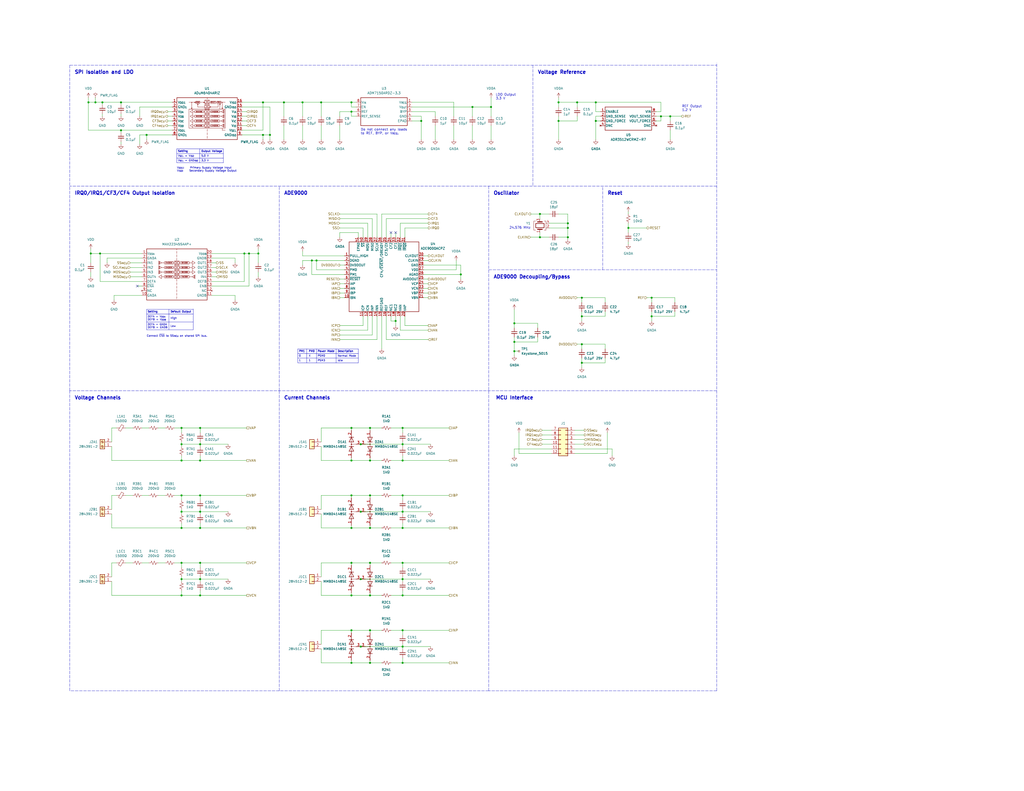
<source format=kicad_sch>
(kicad_sch (version 20250114) (generator "eeschema") (generator_version "9.0")
  (paper "C")
  (title_block (title "Power Quality Analyzer") (date "2022-09-24") (rev "2"))
  (text "Setting" (at 97.028 83.312 0) (effects (font (size 1.016 1.016) (thickness 0.2032) (bold yes)) (justify left bottom)))
  (text "X" (at 168.402 195.072 0) (effects (font (size 1.016 1.016)) (justify left bottom)))
  (text "Oscillator" (at 269.24 106.68 0) (effects (font (size 1.905 1.905) (thickness 0.381) (bold yes)) (justify left bottom)))
  (text "V_{SEL} = GND_{ISO}" (at 97.028 88.392 0) (effects (font (size 1.016 1.016)) (justify left bottom)))
  (text "1" (at 168.402 197.612 0) (effects (font (size 1.016 1.016)) (justify left bottom)))
  (text "0" (at 163.068 195.072 0) (effects (font (size 1.016 1.016)) (justify left bottom)))
  (text "DEFA = GNDA\nDEFB = GNDB" (at 80.518 179.578 0) (effects (font (size 1.016 1.016)) (justify left bottom)))
  (text "Description" (at 184.15 192.532 0) (effects (font (size 1.016 1.016) (thickness 0.2032) (bold yes)) (justify left bottom)))
  (text "Do not connect any loads\nto REF, BYP, or V_{REG}." (at 196.85 73.66 0) (effects (font (size 1.27 1.27)) (justify left bottom)))
  (text "PM1" (at 163.068 192.532 0) (effects (font (size 1.016 1.016) (thickness 0.2032) (bold yes)) (justify left bottom)))
  (text "Default Output" (at 92.964 170.942 0) (effects (font (size 1.016 1.016) (thickness 0.2032) (bold yes)) (justify left bottom)))
  (text "1" (at 163.068 197.612 0) (effects (font (size 1.016 1.016)) (justify left bottom)))
  (text "SPI Isolation and LDO" (at 40.64 40.64 0) (effects (font (size 1.905 1.905) (thickness 0.381) (bold yes)) (justify left bottom)))
  (text "DEFA = V_{DDA}\nDEFB = V_{DDB}" (at 80.518 175.26 0) (effects (font (size 1.016 1.016)) (justify left bottom)))
  (text "Connect ~{ENA} to SS_{MCU} on shared SPI bus." (at 80.01 184.15 0) (effects (font (size 1.016 1.016)) (justify left bottom)))
  (text "PM0" (at 168.402 192.532 0) (effects (font (size 1.016 1.016) (thickness 0.2032) (bold yes)) (justify left bottom)))
  (text "PSM3" (at 173.228 197.612 0) (effects (font (size 1.016 1.016)) (justify left bottom)))
  (text "Current Channels" (at 154.94 218.44 0) (effects (font (size 1.905 1.905) (thickness 0.381) (bold yes)) (justify left bottom)))
  (text "V_{DD1}:	Primary Supply Voltage Input\nV_{ISO}:	Secondary Supply Voltage Output" (at 96.52 93.98 0) (effects (font (size 1.016 1.016)) (justify left bottom)))
  (text "REF Output\n1.2 V" (at 372.11 60.96 0) (effects (font (size 1.27 1.27)) (justify left bottom)))
  (text "Power Mode" (at 173.228 192.532 0) (effects (font (size 1.016 1.016) (thickness 0.2032) (bold yes)) (justify left bottom)))
  (text "Reset" (at 331.47 106.68 0) (effects (font (size 1.905 1.905) (thickness 0.381) (bold yes)) (justify left bottom)))
  (text "3.3 V" (at 109.728 88.392 0) (effects (font (size 1.016 1.016)) (justify left bottom)))
  (text "MCU Interface" (at 270.51 218.44 0) (effects (font (size 1.905 1.905) (thickness 0.381) (bold yes)) (justify left bottom)))
  (text "IRQ0/IRQ1/CF3/CF4 Output Isolation" (at 40.64 106.68 0) (effects (font (size 1.905 1.905) (thickness 0.381) (bold yes)) (justify left bottom)))
  (text "Low" (at 92.964 178.816 0) (effects (font (size 1.016 1.016)) (justify left bottom)))
  (text "5.0 V" (at 109.728 85.852 0) (effects (font (size 1.016 1.016)) (justify left bottom)))
  (text "Output Voltage" (at 109.728 83.312 0) (effects (font (size 1.016 1.016) (thickness 0.2032) (bold yes)) (justify left bottom)))
  (text "High" (at 92.964 174.498 0) (effects (font (size 1.016 1.016)) (justify left bottom)))
  (text "ADE9000 Decoupling/Bypass" (at 269.24 152.4 0) (effects (font (size 1.905 1.905) (thickness 0.381) (bold yes)) (justify left bottom)))
  (text "Voltage Channels" (at 40.64 218.44 0) (effects (font (size 1.905 1.905) (thickness 0.381) (bold yes)) (justify left bottom)))
  (text "ADE9000" (at 154.94 106.68 0) (effects (font (size 1.905 1.905) (thickness 0.381) (bold yes)) (justify left bottom)))
  (text "LDO Output\n3.3 V" (at 270.51 54.61 0) (effects (font (size 1.27 1.27)) (justify left bottom)))
  (text "PSM0" (at 173.228 195.072 0) (effects (font (size 1.016 1.016)) (justify left bottom)))
  (text "Voltage Reference" (at 293.37 40.64 0) (effects (font (size 1.905 1.905) (thickness 0.381) (bold yes)) (justify left bottom)))
  (text "Normal Mode" (at 184.15 195.072 0) (effects (font (size 1.016 1.016)) (justify left bottom)))
  (text "Setting" (at 80.518 170.942 0) (effects (font (size 1.016 1.016) (thickness 0.2032) (bold yes)) (justify left bottom)))
  (text "24.576 MHz" (at 289.56 125.2221 0) (effects (font (size 1.27 1.27)) (justify right bottom)))
  (text "Idle" (at 184.15 197.612 0) (effects (font (size 1.016 1.016)) (justify left bottom)))
  (text "V_{SEL} = V_{ISO}" (at 97.028 85.852 0) (effects (font (size 1.016 1.016)) (justify left bottom)))
  (junction (at 219.71 307.34))
  (junction (at 191.77 55.88))
  (junction (at 196.85 353.06))
  (junction (at 175.26 55.88))
  (junction (at 317.5 198.12))
  (junction (at 219.71 233.68))
  (junction (at 219.71 279.4))
  (junction (at 219.71 353.06))
  (junction (at 80.01 73.66))
  (junction (at 325.12 55.88))
  (junction (at 109.22 242.57))
  (junction (at 109.22 288.29))
  (junction (at 196.85 242.57))
  (junction (at 109.22 279.4))
  (junction (at 201.93 270.51))
  (junction (at 267.97 58.42))
  (junction (at 309.88 129.54))
  (junction (at 165.1 55.88))
  (junction (at 342.9 124.46))
  (junction (at 355.6 172.72))
  (junction (at 219.71 288.29))
  (junction (at 109.22 307.34))
  (junction (at 55.88 55.88))
  (junction (at 201.93 233.68))
  (junction (at 191.77 325.12))
  (junction (at 172.72 142.24))
  (junction (at 280.67 191.77))
  (junction (at 191.77 307.34))
  (junction (at 191.77 288.29))
  (junction (at 280.67 186.69))
  (junction (at 309.88 121.92))
  (junction (at 201.93 288.29))
  (junction (at 99.06 251.46))
  (junction (at 49.53 138.43))
  (junction (at 219.71 316.23))
  (junction (at 170.18 142.24))
  (junction (at 294.64 129.54))
  (junction (at 191.77 361.95))
  (junction (at 143.51 55.88))
  (junction (at 191.77 270.51))
  (junction (at 143.51 73.66))
  (junction (at 196.85 279.4))
  (junction (at 314.96 55.88))
  (junction (at 304.8 66.04))
  (junction (at 154.94 55.88))
  (junction (at 219.71 251.46))
  (junction (at 201.93 325.12))
  (junction (at 191.77 344.17))
  (junction (at 215.9 175.26))
  (junction (at 201.93 344.17))
  (junction (at 52.07 55.88))
  (junction (at 280.67 176.53))
  (junction (at 99.06 316.23))
  (junction (at 133.35 138.43))
  (junction (at 219.71 242.57))
  (junction (at 229.87 66.04))
  (junction (at 201.93 251.46))
  (junction (at 294.64 116.84))
  (junction (at 147.32 73.66))
  (junction (at 251.46 149.86))
  (junction (at 219.71 325.12))
  (junction (at 201.93 307.34))
  (junction (at 48.26 55.88))
  (junction (at 99.06 242.57))
  (junction (at 66.04 55.88))
  (junction (at 99.06 233.68))
  (junction (at 99.06 270.51))
  (junction (at 191.77 233.68))
  (junction (at 99.06 279.4))
  (junction (at 317.5 162.56))
  (junction (at 99.06 307.34))
  (junction (at 317.5 187.96))
  (junction (at 355.6 162.56))
  (junction (at 365.76 63.5))
  (junction (at 196.85 316.23))
  (junction (at 54.61 138.43))
  (junction (at 109.22 316.23))
  (junction (at 109.22 233.68))
  (junction (at 109.22 325.12))
  (junction (at 99.06 325.12))
  (junction (at 66.04 71.12))
  (junction (at 99.06 288.29))
  (junction (at 191.77 251.46))
  (junction (at 219.71 361.95))
  (junction (at 191.77 60.96))
  (junction (at 219.71 270.51))
  (junction (at 109.22 251.46))
  (junction (at 304.8 55.88))
  (junction (at 140.97 138.43))
  (junction (at 257.81 58.42))
  (junction (at 309.88 124.46))
  (junction (at 109.22 270.51))
  (junction (at 201.93 361.95))
  (junction (at 219.71 344.17))
  (junction (at 325.12 66.04))
  (junction (at 317.5 172.72))
  (junction (at 360.68 63.5))
  (junction (at 135.89 138.43))
  (no_connect (at 213.36 127))
  (no_connect (at 215.9 127))
  (no_connect (at 74.93 156.21))
  (wire (pts (xy 368.3 172.72) (xy 368.3 170.18)))
  (polyline (pts (xy 121.92 81.28) (xy 121.92 88.9)) (stroke (width 0) (type solid)))
  (wire (pts (xy 109.22 278.13) (xy 109.22 279.4)))
  (wire (pts (xy 365.76 63.5) (xy 372.11 63.5)))
  (wire (pts (xy 220.98 172.72) (xy 220.98 177.8)))
  (wire (pts (xy 80.01 73.66) (xy 93.98 73.66)))
  (wire (pts (xy 317.5 198.12) (xy 330.2 198.12)))
  (wire (pts (xy 132.08 60.96) (xy 134.62 60.96)))
  (wire (pts (xy 210.82 119.38) (xy 210.82 129.54)))
  (wire (pts (xy 280.67 186.69) (xy 280.67 191.77)))
  (wire (pts (xy 293.37 186.69) (xy 293.37 184.15)))
  (wire (pts (xy 325.12 55.88) (xy 325.12 60.96)))
  (wire (pts (xy 60.96 307.34) (xy 63.5 307.34)))
  (wire (pts (xy 99.06 270.51) (xy 109.22 270.51)))
  (wire (pts (xy 99.06 270.51) (xy 99.06 273.05)))
  (wire (pts (xy 196.85 316.23) (xy 219.71 316.23)))
  (polyline (pts (xy 80.01 171.45) (xy 105.41 171.45)) (stroke (width 0) (type solid)))
  (wire (pts (xy 54.61 138.43) (xy 77.47 138.43)))
  (wire (pts (xy 132.08 66.04) (xy 134.62 66.04)))
  (wire (pts (xy 109.22 325.12) (xy 134.62 325.12)))
  (wire (pts (xy 317.5 198.12) (xy 317.5 200.66)))
  (wire (pts (xy 331.47 236.22) (xy 331.47 247.65)))
  (wire (pts (xy 201.93 344.17) (xy 208.28 344.17)))
  (wire (pts (xy 185.42 60.96) (xy 191.77 60.96)))
  (wire (pts (xy 360.68 63.5) (xy 360.68 66.04)))
  (wire (pts (xy 313.69 242.57) (xy 318.77 242.57)))
  (wire (pts (xy 165.1 55.88) (xy 175.26 55.88)))
  (wire (pts (xy 60.96 325.12) (xy 60.96 317.5)))
  (wire (pts (xy 99.06 316.23) (xy 99.06 317.5)))
  (polyline (pts (xy 266.7 213.36) (xy 266.7 377.19)) (stroke (width 0) (type dash)))
  (wire (pts (xy 213.36 307.34) (xy 219.71 307.34)))
  (wire (pts (xy 165.1 139.7) (xy 187.96 139.7)))
  (wire (pts (xy 115.57 140.97) (xy 128.27 140.97)))
  (wire (pts (xy 185.42 157.48) (xy 187.96 157.48)))
  (wire (pts (xy 213.36 233.68) (xy 219.71 233.68)))
  (wire (pts (xy 175.26 251.46) (xy 191.77 251.46)))
  (wire (pts (xy 210.82 119.38) (xy 233.68 119.38)))
  (wire (pts (xy 76.2 58.42) (xy 93.98 58.42)))
  (wire (pts (xy 132.08 73.66) (xy 143.51 73.66)))
  (wire (pts (xy 109.22 279.4) (xy 109.22 280.67)))
  (wire (pts (xy 289.56 116.84) (xy 294.64 116.84)))
  (wire (pts (xy 304.8 55.88) (xy 304.8 58.42)))
  (wire (pts (xy 247.65 68.58) (xy 247.65 76.2)))
  (wire (pts (xy 283.21 236.22) (xy 283.21 247.65)))
  (wire (pts (xy 213.36 325.12) (xy 219.71 325.12)))
  (wire (pts (xy 99.06 325.12) (xy 109.22 325.12)))
  (wire (pts (xy 132.08 63.5) (xy 134.62 63.5)))
  (wire (pts (xy 219.71 353.06) (xy 234.95 353.06)))
  (wire (pts (xy 175.26 55.88) (xy 175.26 63.5)))
  (wire (pts (xy 52.07 53.34) (xy 52.07 55.88)))
  (polyline (pts (xy 105.41 168.656) (xy 105.41 180.086)) (stroke (width 0) (type solid)))
  (wire (pts (xy 71.12 151.13) (xy 77.47 151.13)))
  (wire (pts (xy 191.77 58.42) (xy 191.77 55.88)))
  (wire (pts (xy 143.51 73.66) (xy 143.51 76.2)))
  (wire (pts (xy 99.06 233.68) (xy 109.22 233.68)))
  (wire (pts (xy 219.71 361.95) (xy 245.11 361.95)))
  (wire (pts (xy 314.96 55.88) (xy 304.8 55.88)))
  (wire (pts (xy 60.96 270.51) (xy 63.5 270.51)))
  (wire (pts (xy 231.14 142.24) (xy 233.68 142.24)))
  (wire (pts (xy 313.69 234.95) (xy 318.77 234.95)))
  (wire (pts (xy 194.31 55.88) (xy 191.77 55.88)))
  (wire (pts (xy 175.26 314.96) (xy 175.26 307.34)))
  (wire (pts (xy 313.69 245.11) (xy 334.01 245.11)))
  (wire (pts (xy 109.22 316.23) (xy 109.22 317.5)))
  (wire (pts (xy 170.18 142.24) (xy 170.18 149.86)))
  (wire (pts (xy 99.06 248.92) (xy 99.06 251.46)))
  (wire (pts (xy 71.12 146.05) (xy 77.47 146.05)))
  (wire (pts (xy 201.93 361.95) (xy 201.93 360.68)))
  (polyline (pts (xy 80.01 175.768) (xy 105.41 175.768)) (stroke (width 0) (type solid)))
  (wire (pts (xy 48.26 53.34) (xy 48.26 55.88)))
  (wire (pts (xy 109.22 307.34) (xy 109.22 309.88)))
  (polyline (pts (xy 152.4 213.36) (xy 152.4 101.6)) (stroke (width 0) (type dash)))
  (wire (pts (xy 196.85 279.4) (xy 219.71 279.4)))
  (wire (pts (xy 68.58 307.34) (xy 72.39 307.34)))
  (wire (pts (xy 109.22 279.4) (xy 124.46 279.4)))
  (wire (pts (xy 185.42 162.56) (xy 187.96 162.56)))
  (wire (pts (xy 62.23 161.29) (xy 77.47 161.29)))
  (wire (pts (xy 86.36 233.68) (xy 90.17 233.68)))
  (polyline (pts (xy 391.16 377.19) (xy 266.7 377.19)) (stroke (width 0) (type dash)))
  (polyline (pts (xy 290.83 35.56) (xy 290.83 101.6)) (stroke (width 0) (type dash)))
  (wire (pts (xy 219.71 325.12) (xy 245.11 325.12)))
  (wire (pts (xy 317.5 162.56) (xy 317.5 165.1)))
  (wire (pts (xy 294.64 116.84) (xy 294.64 119.38)))
  (polyline (pts (xy 96.52 86.36) (xy 121.92 86.36)) (stroke (width 0) (type solid)))
  (wire (pts (xy 314.96 63.5) (xy 314.96 66.04)))
  (polyline (pts (xy 162.56 195.58) (xy 195.58 195.58)) (stroke (width 0) (type solid)))
  (wire (pts (xy 175.26 278.13) (xy 175.26 270.51)))
  (wire (pts (xy 132.08 71.12) (xy 143.51 71.12)))
  (wire (pts (xy 196.85 353.06) (xy 219.71 353.06)))
  (wire (pts (xy 175.26 251.46) (xy 175.26 243.84)))
  (polyline (pts (xy 172.72 190.5) (xy 172.72 198.12)) (stroke (width 0) (type solid)))
  (polyline (pts (xy 38.1 213.36) (xy 38.1 101.6)) (stroke (width 0) (type dash)))
  (polyline (pts (xy 80.01 180.086) (xy 105.41 180.086)) (stroke (width 0) (type solid)))
  (wire (pts (xy 165.1 68.58) (xy 165.1 76.2)))
  (polyline (pts (xy 162.56 198.12) (xy 195.58 198.12)) (stroke (width 0) (type solid)))
  (wire (pts (xy 330.2 198.12) (xy 330.2 195.58)))
  (polyline (pts (xy 391.16 377.19) (xy 391.16 34.29)) (stroke (width 0) (type dash)))
  (wire (pts (xy 365.76 63.5) (xy 365.76 66.04)))
  (wire (pts (xy 219.71 307.34) (xy 219.71 309.88)))
  (wire (pts (xy 109.22 270.51) (xy 109.22 273.05)))
  (wire (pts (xy 219.71 314.96) (xy 219.71 316.23)))
  (wire (pts (xy 115.57 153.67) (xy 133.35 153.67)))
  (wire (pts (xy 219.71 233.68) (xy 245.11 233.68)))
  (wire (pts (xy 219.71 241.3) (xy 219.71 242.57)))
  (wire (pts (xy 109.22 270.51) (xy 134.62 270.51)))
  (wire (pts (xy 115.57 148.59) (xy 118.11 148.59)))
  (wire (pts (xy 218.44 172.72) (xy 218.44 180.34)))
  (wire (pts (xy 330.2 190.5) (xy 330.2 187.96)))
  (wire (pts (xy 201.93 307.34) (xy 201.93 308.61)))
  (wire (pts (xy 185.42 63.5) (xy 185.42 60.96)))
  (wire (pts (xy 224.79 58.42) (xy 257.81 58.42)))
  (wire (pts (xy 208.28 116.84) (xy 208.28 129.54)))
  (wire (pts (xy 358.14 66.04) (xy 360.68 66.04)))
  (wire (pts (xy 231.14 139.7) (xy 233.68 139.7)))
  (wire (pts (xy 219.71 351.79) (xy 219.71 353.06)))
  (wire (pts (xy 299.72 121.92) (xy 309.88 121.92)))
  (wire (pts (xy 99.06 307.34) (xy 99.06 309.88)))
  (wire (pts (xy 201.93 361.95) (xy 208.28 361.95)))
  (wire (pts (xy 140.97 138.43) (xy 140.97 143.51)))
  (wire (pts (xy 185.42 68.58) (xy 185.42 76.2)))
  (wire (pts (xy 231.14 162.56) (xy 233.68 162.56)))
  (wire (pts (xy 191.77 63.5) (xy 191.77 60.96)))
  (wire (pts (xy 231.14 147.32) (xy 248.92 147.32)))
  (wire (pts (xy 360.68 60.96) (xy 360.68 55.88)))
  (wire (pts (xy 231.14 160.02) (xy 233.68 160.02)))
  (wire (pts (xy 342.9 124.46) (xy 353.06 124.46)))
  (wire (pts (xy 237.49 60.96) (xy 237.49 63.5)))
  (wire (pts (xy 86.36 270.51) (xy 90.17 270.51)))
  (wire (pts (xy 99.06 279.4) (xy 99.06 280.67)))
  (wire (pts (xy 317.5 172.72) (xy 317.5 175.26)))
  (wire (pts (xy 325.12 63.5) (xy 325.12 66.04)))
  (wire (pts (xy 109.22 314.96) (xy 109.22 316.23)))
  (wire (pts (xy 60.96 325.12) (xy 99.06 325.12)))
  (wire (pts (xy 309.88 116.84) (xy 309.88 121.92)))
  (wire (pts (xy 314.96 162.56) (xy 317.5 162.56)))
  (wire (pts (xy 327.66 63.5) (xy 325.12 63.5)))
  (wire (pts (xy 95.25 233.68) (xy 99.06 233.68)))
  (wire (pts (xy 309.88 121.92) (xy 309.88 124.46)))
  (wire (pts (xy 330.2 187.96) (xy 317.5 187.96)))
  (wire (pts (xy 198.12 124.46) (xy 198.12 129.54)))
  (wire (pts (xy 109.22 242.57) (xy 109.22 243.84)))
  (wire (pts (xy 66.04 55.88) (xy 93.98 55.88)))
  (wire (pts (xy 289.56 129.54) (xy 294.64 129.54)))
  (wire (pts (xy 191.77 325.12) (xy 201.93 325.12)))
  (wire (pts (xy 175.26 233.68) (xy 191.77 233.68)))
  (polyline (pts (xy 167.386 190.5) (xy 167.386 198.12)) (stroke (width 0) (type solid)))
  (wire (pts (xy 175.26 307.34) (xy 191.77 307.34)))
  (polyline (pts (xy 162.56 190.5) (xy 195.58 190.5)) (stroke (width 0) (type solid)))
  (wire (pts (xy 201.93 251.46) (xy 208.28 251.46)))
  (wire (pts (xy 133.35 153.67) (xy 133.35 138.43)))
  (wire (pts (xy 109.22 233.68) (xy 134.62 233.68)))
  (wire (pts (xy 304.8 66.04) (xy 304.8 76.2)))
  (wire (pts (xy 208.28 172.72) (xy 208.28 190.5)))
  (wire (pts (xy 185.42 121.92) (xy 200.66 121.92)))
  (wire (pts (xy 99.06 242.57) (xy 99.06 243.84)))
  (wire (pts (xy 325.12 66.04) (xy 325.12 76.2)))
  (wire (pts (xy 175.26 351.79) (xy 175.26 344.17)))
  (wire (pts (xy 191.77 307.34) (xy 191.77 308.61)))
  (wire (pts (xy 317.5 195.58) (xy 317.5 198.12)))
  (wire (pts (xy 175.26 344.17) (xy 191.77 344.17)))
  (wire (pts (xy 219.71 285.75) (xy 219.71 288.29)))
  (wire (pts (xy 219.71 270.51) (xy 245.11 270.51)))
  (wire (pts (xy 91.44 63.5) (xy 93.98 63.5)))
  (wire (pts (xy 300.99 247.65) (xy 283.21 247.65)))
  (wire (pts (xy 237.49 68.58) (xy 237.49 76.2)))
  (wire (pts (xy 267.97 53.34) (xy 267.97 58.42)))
  (wire (pts (xy 154.94 55.88) (xy 165.1 55.88)))
  (wire (pts (xy 60.96 251.46) (xy 99.06 251.46)))
  (wire (pts (xy 147.32 58.42) (xy 147.32 73.66)))
  (wire (pts (xy 172.72 142.24) (xy 187.96 142.24)))
  (wire (pts (xy 330.2 172.72) (xy 330.2 170.18)))
  (wire (pts (xy 58.42 143.51) (xy 58.42 140.97)))
  (wire (pts (xy 205.74 116.84) (xy 205.74 129.54)))
  (wire (pts (xy 194.31 63.5) (xy 191.77 63.5)))
  (wire (pts (xy 60.96 251.46) (xy 60.96 243.84)))
  (polyline (pts (xy 38.1 377.19) (xy 38.1 213.36)) (stroke (width 0) (type dash)))
  (wire (pts (xy 99.06 241.3) (xy 99.06 242.57)))
  (wire (pts (xy 165.1 142.24) (xy 165.1 144.78)))
  (wire (pts (xy 231.14 154.94) (xy 233.68 154.94)))
  (wire (pts (xy 257.81 58.42) (xy 267.97 58.42)))
  (wire (pts (xy 91.44 66.04) (xy 93.98 66.04)))
  (wire (pts (xy 154.94 68.58) (xy 154.94 76.2)))
  (wire (pts (xy 219.71 233.68) (xy 219.71 236.22)))
  (wire (pts (xy 165.1 142.24) (xy 170.18 142.24)))
  (wire (pts (xy 342.9 132.08) (xy 342.9 133.35)))
  (wire (pts (xy 99.06 307.34) (xy 109.22 307.34)))
  (wire (pts (xy 99.06 279.4) (xy 109.22 279.4)))
  (wire (pts (xy 191.77 288.29) (xy 191.77 287.02)))
  (wire (pts (xy 213.36 127) (xy 213.36 129.54)))
  (wire (pts (xy 353.06 162.56) (xy 355.6 162.56)))
  (wire (pts (xy 203.2 172.72) (xy 203.2 182.88)))
  (wire (pts (xy 219.71 307.34) (xy 245.11 307.34)))
  (wire (pts (xy 314.96 55.88) (xy 325.12 55.88)))
  (wire (pts (xy 317.5 187.96) (xy 317.5 190.5)))
  (polyline (pts (xy 266.7 377.19) (xy 152.4 377.19)) (stroke (width 0) (type dash)))
  (wire (pts (xy 49.53 138.43) (xy 49.53 143.51)))
  (wire (pts (xy 185.42 177.8) (xy 198.12 177.8)))
  (wire (pts (xy 219.71 316.23) (xy 219.71 317.5)))
  (wire (pts (xy 99.06 316.23) (xy 109.22 316.23)))
  (wire (pts (xy 115.57 146.05) (xy 118.11 146.05)))
  (wire (pts (xy 219.71 359.41) (xy 219.71 361.95)))
  (wire (pts (xy 213.36 251.46) (xy 219.71 251.46)))
  (wire (pts (xy 267.97 58.42) (xy 267.97 63.5)))
  (wire (pts (xy 109.22 241.3) (xy 109.22 242.57)))
  (wire (pts (xy 48.26 71.12) (xy 66.04 71.12)))
  (wire (pts (xy 280.67 191.77) (xy 280.67 194.31)))
  (wire (pts (xy 213.36 361.95) (xy 219.71 361.95)))
  (wire (pts (xy 231.14 144.78) (xy 251.46 144.78)))
  (wire (pts (xy 165.1 55.88) (xy 165.1 63.5)))
  (wire (pts (xy 280.67 176.53) (xy 280.67 179.07)))
  (wire (pts (xy 191.77 344.17) (xy 191.77 345.44)))
  (wire (pts (xy 219.71 353.06) (xy 219.71 354.33)))
  (wire (pts (xy 185.42 154.94) (xy 187.96 154.94)))
  (polyline (pts (xy 80.01 168.91) (xy 80.01 180.086)) (stroke (width 0) (type solid)))
  (wire (pts (xy 71.12 143.51) (xy 77.47 143.51)))
  (polyline (pts (xy 96.52 83.82) (xy 121.92 83.82)) (stroke (width 0) (type solid)))
  (wire (pts (xy 99.06 314.96) (xy 99.06 316.23)))
  (polyline (pts (xy 38.1 35.56) (xy 391.16 35.56)) (stroke (width 0) (type dash)))
  (wire (pts (xy 185.42 127) (xy 185.42 129.54)))
  (wire (pts (xy 48.26 55.88) (xy 48.26 71.12)))
  (wire (pts (xy 128.27 161.29) (xy 128.27 163.83)))
  (polyline (pts (xy 96.52 81.28) (xy 121.92 81.28)) (stroke (width 0) (type solid)))
  (wire (pts (xy 267.97 68.58) (xy 267.97 76.2)))
  (wire (pts (xy 95.25 307.34) (xy 99.06 307.34)))
  (wire (pts (xy 198.12 172.72) (xy 198.12 177.8)))
  (wire (pts (xy 358.14 63.5) (xy 360.68 63.5)))
  (polyline (pts (xy 108.966 81.28) (xy 108.966 88.9)) (stroke (width 0) (type solid)))
  (wire (pts (xy 213.36 270.51) (xy 219.71 270.51)))
  (wire (pts (xy 215.9 127) (xy 215.9 129.54)))
  (wire (pts (xy 128.27 140.97) (xy 128.27 143.51)))
  (polyline (pts (xy 162.56 190.5) (xy 162.56 198.12)) (stroke (width 0) (type solid)))
  (wire (pts (xy 60.96 307.34) (xy 60.96 314.96)))
  (polyline (pts (xy 391.16 101.6) (xy 38.1 101.6)) (stroke (width 0) (type dash)))
  (wire (pts (xy 86.36 307.34) (xy 90.17 307.34)))
  (wire (pts (xy 175.26 361.95) (xy 191.77 361.95)))
  (wire (pts (xy 330.2 162.56) (xy 317.5 162.56)))
  (wire (pts (xy 140.97 148.59) (xy 140.97 151.13)))
  (wire (pts (xy 74.93 156.21) (xy 77.47 156.21)))
  (wire (pts (xy 201.93 325.12) (xy 208.28 325.12)))
  (wire (pts (xy 115.57 156.21) (xy 135.89 156.21)))
  (wire (pts (xy 365.76 71.12) (xy 365.76 76.2)))
  (wire (pts (xy 165.1 137.16) (xy 165.1 139.7)))
  (wire (pts (xy 233.68 185.42) (xy 210.82 185.42)))
  (wire (pts (xy 175.26 361.95) (xy 175.26 354.33)))
  (wire (pts (xy 220.98 124.46) (xy 220.98 129.54)))
  (wire (pts (xy 213.36 288.29) (xy 219.71 288.29)))
  (wire (pts (xy 309.88 124.46) (xy 309.88 129.54)))
  (wire (pts (xy 330.2 165.1) (xy 330.2 162.56)))
  (wire (pts (xy 219.71 316.23) (xy 234.95 316.23)))
  (polyline (pts (xy 195.58 190.5) (xy 195.58 198.12)) (stroke (width 0) (type solid)))
  (wire (pts (xy 201.93 344.17) (xy 201.93 345.44)))
  (wire (pts (xy 185.42 124.46) (xy 198.12 124.46)))
  (wire (pts (xy 355.6 172.72) (xy 368.3 172.72)))
  (wire (pts (xy 218.44 121.92) (xy 233.68 121.92)))
  (wire (pts (xy 280.67 168.91) (xy 280.67 176.53)))
  (wire (pts (xy 60.96 233.68) (xy 60.96 241.3)))
  (wire (pts (xy 109.22 307.34) (xy 134.62 307.34)))
  (wire (pts (xy 294.64 127) (xy 294.64 129.54)))
  (wire (pts (xy 191.77 288.29) (xy 201.93 288.29)))
  (wire (pts (xy 135.89 138.43) (xy 140.97 138.43)))
  (wire (pts (xy 231.14 157.48) (xy 233.68 157.48)))
  (wire (pts (xy 54.61 138.43) (xy 54.61 153.67)))
  (wire (pts (xy 132.08 68.58) (xy 134.62 68.58)))
  (wire (pts (xy 49.53 135.89) (xy 49.53 138.43)))
  (wire (pts (xy 185.42 116.84) (xy 205.74 116.84)))
  (polyline (pts (xy 266.7 101.6) (xy 266.7 213.36)) (stroke (width 0) (type dash)))
  (wire (pts (xy 304.8 66.04) (xy 314.96 66.04)))
  (wire (pts (xy 218.44 121.92) (xy 218.44 129.54)))
  (wire (pts (xy 300.99 240.03) (xy 295.91 240.03)))
  (wire (pts (xy 115.57 161.29) (xy 128.27 161.29)))
  (wire (pts (xy 68.58 233.68) (xy 72.39 233.68)))
  (wire (pts (xy 300.99 234.95) (xy 295.91 234.95)))
  (wire (pts (xy 195.58 127) (xy 195.58 129.54)))
  (wire (pts (xy 175.26 325.12) (xy 191.77 325.12)))
  (wire (pts (xy 231.14 152.4) (xy 233.68 152.4)))
  (wire (pts (xy 368.3 162.56) (xy 355.6 162.56)))
  (wire (pts (xy 358.14 60.96) (xy 360.68 60.96)))
  (wire (pts (xy 294.64 116.84) (xy 299.72 116.84)))
  (wire (pts (xy 135.89 156.21) (xy 135.89 138.43)))
  (wire (pts (xy 213.36 172.72) (xy 213.36 175.26)))
  (wire (pts (xy 309.88 129.54) (xy 309.88 130.81)))
  (wire (pts (xy 313.69 247.65) (xy 331.47 247.65)))
  (polyline (pts (xy 183.388 190.5) (xy 183.388 198.12)) (stroke (width 0) (type solid)))
  (wire (pts (xy 317.5 170.18) (xy 317.5 172.72)))
  (wire (pts (xy 194.31 58.42) (xy 191.77 58.42)))
  (wire (pts (xy 48.26 55.88) (xy 52.07 55.88)))
  (wire (pts (xy 360.68 55.88) (xy 325.12 55.88)))
  (wire (pts (xy 342.9 124.46) (xy 342.9 127)))
  (wire (pts (xy 60.96 288.29) (xy 60.96 280.67)))
  (wire (pts (xy 185.42 152.4) (xy 187.96 152.4)))
  (wire (pts (xy 52.07 55.88) (xy 55.88 55.88)))
  (wire (pts (xy 205.74 172.72) (xy 205.74 185.42)))
  (wire (pts (xy 175.26 241.3) (xy 175.26 233.68)))
  (wire (pts (xy 203.2 119.38) (xy 203.2 129.54)))
  (wire (pts (xy 60.96 233.68) (xy 63.5 233.68)))
  (wire (pts (xy 187.96 149.86) (xy 170.18 149.86)))
  (wire (pts (xy 109.22 242.57) (xy 124.46 242.57)))
  (wire (pts (xy 99.06 251.46) (xy 109.22 251.46)))
  (wire (pts (xy 210.82 185.42) (xy 210.82 172.72)))
  (wire (pts (xy 251.46 149.86) (xy 251.46 152.4)))
  (wire (pts (xy 300.99 245.11) (xy 280.67 245.11)))
  (wire (pts (xy 201.93 288.29) (xy 201.93 287.02)))
  (wire (pts (xy 71.12 148.59) (xy 77.47 148.59)))
  (wire (pts (xy 175.26 55.88) (xy 191.77 55.88)))
  (wire (pts (xy 109.22 322.58) (xy 109.22 325.12)))
  (wire (pts (xy 201.93 233.68) (xy 201.93 234.95)))
  (wire (pts (xy 224.79 66.04) (xy 229.87 66.04)))
  (wire (pts (xy 219.71 344.17) (xy 219.71 346.71)))
  (wire (pts (xy 317.5 172.72) (xy 330.2 172.72)))
  (wire (pts (xy 248.92 142.24) (xy 248.92 147.32)))
  (wire (pts (xy 201.93 270.51) (xy 208.28 270.51)))
  (wire (pts (xy 229.87 76.2) (xy 229.87 66.04)))
  (wire (pts (xy 293.37 176.53) (xy 280.67 176.53)))
  (wire (pts (xy 154.94 55.88) (xy 154.94 63.5)))
  (wire (pts (xy 80.01 73.66) (xy 80.01 76.2)))
  (wire (pts (xy 231.14 149.86) (xy 251.46 149.86)))
  (wire (pts (xy 251.46 144.78) (xy 251.46 149.86)))
  (wire (pts (xy 218.44 180.34) (xy 233.68 180.34)))
  (wire (pts (xy 115.57 143.51) (xy 118.11 143.51)))
  (wire (pts (xy 294.64 129.54) (xy 299.72 129.54)))
  (wire (pts (xy 220.98 124.46) (xy 233.68 124.46)))
  (wire (pts (xy 200.66 172.72) (xy 200.66 180.34)))
  (wire (pts (xy 224.79 60.96) (xy 237.49 60.96)))
  (wire (pts (xy 99.06 322.58) (xy 99.06 325.12)))
  (wire (pts (xy 76.2 63.5) (xy 76.2 58.42)))
  (wire (pts (xy 299.72 124.46) (xy 309.88 124.46)))
  (wire (pts (xy 219.71 279.4) (xy 234.95 279.4)))
  (wire (pts (xy 342.9 115.57) (xy 342.9 116.84)))
  (wire (pts (xy 60.96 288.29) (xy 99.06 288.29)))
  (wire (pts (xy 109.22 248.92) (xy 109.22 251.46)))
  (wire (pts (xy 213.36 344.17) (xy 219.71 344.17)))
  (wire (pts (xy 187.96 147.32) (xy 172.72 147.32)))
  (wire (pts (xy 247.65 55.88) (xy 247.65 63.5)))
  (wire (pts (xy 77.47 270.51) (xy 81.28 270.51)))
  (wire (pts (xy 280.67 184.15) (xy 280.67 186.69)))
  (polyline (pts (xy 391.16 213.36) (xy 38.1 213.36)) (stroke (width 0) (type dash)))
  (wire (pts (xy 99.06 278.13) (xy 99.06 279.4)))
  (wire (pts (xy 68.58 270.51) (xy 72.39 270.51)))
  (wire (pts (xy 191.77 270.51) (xy 201.93 270.51)))
  (wire (pts (xy 215.9 175.26) (xy 215.9 177.8)))
  (wire (pts (xy 304.8 63.5) (xy 304.8 66.04)))
  (wire (pts (xy 191.77 307.34) (xy 201.93 307.34)))
  (wire (pts (xy 191.77 325.12) (xy 191.77 323.85)))
  (wire (pts (xy 55.88 55.88) (xy 55.88 57.15)))
  (wire (pts (xy 191.77 60.96) (xy 194.31 60.96)))
  (wire (pts (xy 49.53 148.59) (xy 49.53 151.13)))
  (polyline (pts (xy 152.4 213.36) (xy 152.4 377.19)) (stroke (width 0) (type dash)))
  (polyline (pts (xy 152.4 377.19) (xy 38.1 377.19)) (stroke (width 0) (type dash)))
  (wire (pts (xy 257.81 58.42) (xy 257.81 63.5)))
  (wire (pts (xy 334.01 245.11) (xy 334.01 248.92)))
  (wire (pts (xy 201.93 270.51) (xy 201.93 271.78)))
  (wire (pts (xy 219.71 270.51) (xy 219.71 273.05)))
  (wire (pts (xy 229.87 66.04) (xy 229.87 63.5)))
  (wire (pts (xy 191.77 361.95) (xy 191.77 360.68)))
  (wire (pts (xy 76.2 73.66) (xy 80.01 73.66)))
  (wire (pts (xy 109.22 233.68) (xy 109.22 236.22)))
  (wire (pts (xy 325.12 60.96) (xy 327.66 60.96)))
  (wire (pts (xy 201.93 233.68) (xy 208.28 233.68)))
  (wire (pts (xy 175.26 270.51) (xy 191.77 270.51)))
  (wire (pts (xy 62.23 161.29) (xy 62.23 163.83)))
  (wire (pts (xy 191.77 251.46) (xy 191.77 250.19)))
  (wire (pts (xy 133.35 138.43) (xy 135.89 138.43)))
  (wire (pts (xy 191.77 233.68) (xy 191.77 234.95)))
  (wire (pts (xy 175.26 325.12) (xy 175.26 317.5)))
  (wire (pts (xy 300.99 242.57) (xy 295.91 242.57)))
  (wire (pts (xy 304.8 129.54) (xy 309.88 129.54)))
  (wire (pts (xy 185.42 119.38) (xy 203.2 119.38)))
  (wire (pts (xy 304.8 53.34) (xy 304.8 55.88)))
  (wire (pts (xy 327.66 66.04) (xy 325.12 66.04)))
  (wire (pts (xy 172.72 142.24) (xy 172.72 147.32)))
  (wire (pts (xy 342.9 121.92) (xy 342.9 124.46)))
  (wire (pts (xy 219.71 251.46) (xy 245.11 251.46)))
  (wire (pts (xy 219.71 248.92) (xy 219.71 251.46)))
  (wire (pts (xy 91.44 68.58) (xy 93.98 68.58)))
  (wire (pts (xy 196.85 242.57) (xy 219.71 242.57)))
  (wire (pts (xy 208.28 116.84) (xy 233.68 116.84)))
  (wire (pts (xy 185.42 127) (xy 195.58 127)))
  (wire (pts (xy 219.71 279.4) (xy 219.71 280.67)))
  (wire (pts (xy 170.18 142.24) (xy 172.72 142.24)))
  (wire (pts (xy 257.81 68.58) (xy 257.81 76.2)))
  (wire (pts (xy 191.77 344.17) (xy 201.93 344.17)))
  (wire (pts (xy 201.93 251.46) (xy 201.93 250.19)))
  (wire (pts (xy 58.42 140.97) (xy 77.47 140.97)))
  (wire (pts (xy 185.42 144.78) (xy 187.96 144.78)))
  (wire (pts (xy 293.37 179.07) (xy 293.37 176.53)))
  (polyline (pts (xy 266.7 147.32) (xy 391.16 147.32)) (stroke (width 0) (type dash)))
  (wire (pts (xy 203.2 182.88) (xy 185.42 182.88)))
  (wire (pts (xy 99.06 242.57) (xy 109.22 242.57)))
  (wire (pts (xy 219.71 344.17) (xy 245.11 344.17)))
  (wire (pts (xy 200.66 121.92) (xy 200.66 129.54)))
  (wire (pts (xy 355.6 162.56) (xy 355.6 165.1)))
  (wire (pts (xy 77.47 233.68) (xy 81.28 233.68)))
  (wire (pts (xy 54.61 153.67) (xy 77.47 153.67)))
  (wire (pts (xy 55.88 55.88) (xy 66.04 55.88)))
  (wire (pts (xy 304.8 116.84) (xy 309.88 116.84)))
  (wire (pts (xy 219.71 288.29) (xy 245.11 288.29)))
  (polyline (pts (xy 38.1 35.56) (xy 38.1 101.6)) (stroke (width 0) (type dash)))
  (wire (pts (xy 66.04 62.23) (xy 66.04 63.5)))
  (polyline (pts (xy 80.01 168.91) (xy 105.41 168.91)) (stroke (width 0) (type solid)))
  (polyline (pts (xy 328.93 147.32) (xy 328.93 101.6)) (stroke (width 0) (type dash)))
  (wire (pts (xy 191.77 361.95) (xy 201.93 361.95)))
  (wire (pts (xy 66.04 71.12) (xy 66.04 72.39)))
  (wire (pts (xy 99.06 285.75) (xy 99.06 288.29)))
  (wire (pts (xy 368.3 165.1) (xy 368.3 162.56)))
  (wire (pts (xy 140.97 135.89) (xy 140.97 138.43)))
  (wire (pts (xy 109.22 251.46) (xy 134.62 251.46)))
  (wire (pts (xy 191.77 233.68) (xy 201.93 233.68)))
  (wire (pts (xy 143.51 73.66) (xy 147.32 73.66)))
  (wire (pts (xy 99.06 288.29) (xy 109.22 288.29)))
  (wire (pts (xy 175.26 288.29) (xy 191.77 288.29)))
  (wire (pts (xy 215.9 172.72) (xy 215.9 175.26)))
  (wire (pts (xy 147.32 73.66) (xy 147.32 76.2)))
  (wire (pts (xy 115.57 151.13) (xy 118.11 151.13)))
  (wire (pts (xy 132.08 55.88) (xy 143.51 55.88)))
  (wire (pts (xy 95.25 270.51) (xy 99.06 270.51)))
  (wire (pts (xy 313.69 237.49) (xy 318.77 237.49)))
  (wire (pts (xy 132.08 58.42) (xy 147.32 58.42)))
  (wire (pts (xy 175.26 68.58) (xy 175.26 76.2)))
  (wire (pts (xy 201.93 288.29) (xy 208.28 288.29)))
  (wire (pts (xy 201.93 325.12) (xy 201.93 323.85)))
  (wire (pts (xy 77.47 307.34) (xy 81.28 307.34)))
  (wire (pts (xy 99.06 233.68) (xy 99.06 236.22)))
  (wire (pts (xy 219.71 242.57) (xy 219.71 243.84)))
  (wire (pts (xy 213.36 175.26) (xy 215.9 175.26)))
  (wire (pts (xy 219.71 322.58) (xy 219.71 325.12)))
  (wire (pts (xy 224.79 55.88) (xy 247.65 55.88)))
  (wire (pts (xy 220.98 177.8) (xy 233.68 177.8)))
  (wire (pts (xy 143.51 55.88) (xy 154.94 55.88)))
  (wire (pts (xy 280.67 186.69) (xy 293.37 186.69)))
  (polyline (pts (xy 96.52 88.9) (xy 121.92 88.9)) (stroke (width 0) (type solid)))
  (wire (pts (xy 219.71 242.57) (xy 234.95 242.57)))
  (wire (pts (xy 185.42 180.34) (xy 200.66 180.34)))
  (wire (pts (xy 314.96 187.96) (xy 317.5 187.96)))
  (wire (pts (xy 185.42 160.02) (xy 187.96 160.02)))
  (wire (pts (xy 49.53 138.43) (xy 54.61 138.43)))
  (wire (pts (xy 109.22 285.75) (xy 109.22 288.29)))
  (wire (pts (xy 355.6 172.72) (xy 355.6 175.26)))
  (wire (pts (xy 91.44 60.96) (xy 93.98 60.96)))
  (wire (pts (xy 355.6 170.18) (xy 355.6 172.72)))
  (wire (pts (xy 201.93 307.34) (xy 208.28 307.34)))
  (wire (pts (xy 280.67 245.11) (xy 280.67 248.92)))
  (wire (pts (xy 229.87 63.5) (xy 224.79 63.5)))
  (wire (pts (xy 55.88 62.23) (xy 55.88 63.5)))
  (wire (pts (xy 76.2 73.66) (xy 76.2 78.74)))
  (wire (pts (xy 314.96 58.42) (xy 314.96 55.88)))
  (wire (pts (xy 191.77 251.46) (xy 201.93 251.46)))
  (wire (pts (xy 66.04 77.47) (xy 66.04 78.74)))
  (wire (pts (xy 60.96 270.51) (xy 60.96 278.13)))
  (wire (pts (xy 300.99 237.49) (xy 295.91 237.49)))
  (wire (pts (xy 205.74 185.42) (xy 185.42 185.42)))
  (wire (pts (xy 360.68 63.5) (xy 365.76 63.5)))
  (wire (pts (xy 219.71 278.13) (xy 219.71 279.4)))
  (wire (pts (xy 115.57 138.43) (xy 133.35 138.43)))
  (polyline (pts (xy 162.56 193.04) (xy 195.58 193.04)) (stroke (width 0) (type solid)))
  (wire (pts (xy 109.22 316.23) (xy 124.46 316.23)))
  (wire (pts (xy 191.77 270.51) (xy 191.77 271.78)))
  (wire (pts (xy 109.22 288.29) (xy 134.62 288.29)))
  (wire (pts (xy 313.69 240.03) (xy 318.77 240.03)))
  (wire (pts (xy 280.67 191.77) (xy 283.21 191.77)))
  (wire (pts (xy 143.51 71.12) (xy 143.51 55.88)))
  (polyline (pts (xy 92.202 168.91) (xy 92.202 180.086)) (stroke (width 0) (type solid)))
  (wire (pts (xy 66.04 71.12) (xy 93.98 71.12)))
  (wire (pts (xy 175.26 288.29) (xy 175.26 280.67)))
  (wire (pts (xy 66.04 55.88) (xy 66.04 57.15)))
  (polyline (pts (xy 96.52 81.28) (xy 96.52 88.9)) (stroke (width 0) (type solid)))
  (hierarchical_label "VAP" (shape passive) (at 233.68 177.8 0))
  (hierarchical_label "IBN" (shape passive) (at 245.11 288.29 0))
  (hierarchical_label "VCN" (shape passive) (at 233.68 157.48 0))
  (hierarchical_label "IRQ1_{MCU}" (shape output) (at 91.44 63.5 180))
  (hierarchical_label "INN" (shape passive) (at 185.42 185.42 180))
  (hierarchical_label "IAN" (shape passive) (at 185.42 157.48 180))
  (hierarchical_label "CF4_{MCU}" (shape output) (at 91.44 68.58 180))
  (hierarchical_label "IRQ1" (shape output) (at 233.68 121.92 0))
  (hierarchical_label "IRQ0_{MCU}" (shape input) (at 295.91 234.95 180))
  (hierarchical_label "REF" (shape input) (at 353.06 162.56 180))
  (hierarchical_label "IRQ0" (shape output) (at 233.68 124.46 0))
  (hierarchical_label "CF3_{MCU}" (shape output) (at 91.44 66.04 180))
  (hierarchical_label "AVDDOUT" (shape output) (at 233.68 152.4 0))
  (hierarchical_label "IAP" (shape passive) (at 185.42 154.94 180))
  (hierarchical_label "MISO_{MCU}" (shape input) (at 318.77 240.03 0))
  (hierarchical_label "SS" (shape input) (at 185.42 124.46 180))
  (hierarchical_label "MOSI" (shape output) (at 118.11 148.59 0))
  (hierarchical_label "CF4" (shape output) (at 233.68 116.84 0))
  (hierarchical_label "AVDDOUT" (shape input) (at 314.96 162.56 180))
  (hierarchical_label "VCP" (shape passive) (at 233.68 154.94 0))
  (hierarchical_label "VAN" (shape passive) (at 233.68 180.34 0))
  (hierarchical_label "IRQ0_{MCU}" (shape output) (at 91.44 60.96 180))
  (hierarchical_label "MISO" (shape input) (at 118.11 151.13 0))
  (hierarchical_label "CLKOUT" (shape output) (at 233.68 139.7 0))
  (hierarchical_label "CF3_{MCU}" (shape input) (at 295.91 240.03 180))
  (hierarchical_label "SS_{MCU}" (shape input) (at 71.12 143.51 180))
  (hierarchical_label "IAP" (shape passive) (at 245.11 233.68 0))
  (hierarchical_label "VCP" (shape passive) (at 134.62 307.34 0))
  (hierarchical_label "IBP" (shape passive) (at 185.42 160.02 180))
  (hierarchical_label "REF" (shape input) (at 233.68 185.42 0))
  (hierarchical_label "SCLK_{MCU}" (shape input) (at 71.12 146.05 180))
  (hierarchical_label "IAN" (shape passive) (at 245.11 251.46 0))
  (hierarchical_label "INP" (shape passive) (at 185.42 182.88 180))
  (hierarchical_label "MOSI_{MCU}" (shape output) (at 318.77 237.49 0))
  (hierarchical_label "VBN" (shape passive) (at 134.62 288.29 0))
  (hierarchical_label "RESET" (shape output) (at 353.06 124.46 0))
  (hierarchical_label "IRQ1" (shape input) (at 134.62 63.5 0))
  (hierarchical_label "SCLK" (shape output) (at 118.11 146.05 0))
  (hierarchical_label "ICP" (shape passive) (at 245.11 307.34 0))
  (hierarchical_label "MISO_{MCU}" (shape output) (at 71.12 151.13 180))
  (hierarchical_label "VAN" (shape passive) (at 134.62 251.46 0))
  (hierarchical_label "CF3" (shape input) (at 134.62 66.04 0))
  (hierarchical_label "ICN" (shape passive) (at 245.11 325.12 0))
  (hierarchical_label "SS" (shape output) (at 118.11 143.51 0))
  (hierarchical_label "IRQ1_{MCU}" (shape input) (at 295.91 237.49 180))
  (hierarchical_label "SS_{MCU}" (shape output) (at 318.77 234.95 0))
  (hierarchical_label "REF" (shape output) (at 372.11 63.5 0))
  (hierarchical_label "CLKOUT" (shape output) (at 289.56 116.84 180))
  (hierarchical_label "INP" (shape passive) (at 245.11 344.17 0))
  (hierarchical_label "DVDDOUT" (shape input) (at 314.96 187.96 180))
  (hierarchical_label "VBP" (shape passive) (at 134.62 270.51 0))
  (hierarchical_label "VCN" (shape passive) (at 134.62 325.12 0))
  (hierarchical_label "SCLK_{MCU}" (shape output) (at 318.77 242.57 0))
  (hierarchical_label "ICN" (shape passive) (at 185.42 180.34 180))
  (hierarchical_label "MISO" (shape output) (at 185.42 119.38 180))
  (hierarchical_label "VBN" (shape passive) (at 233.68 162.56 0))
  (hierarchical_label "MOSI_{MCU}" (shape input) (at 71.12 148.59 180))
  (hierarchical_label "RESET" (shape input) (at 185.42 152.4 180))
  (hierarchical_label "MOSI" (shape input) (at 185.42 121.92 180))
  (hierarchical_label "CLKIN" (shape input) (at 233.68 142.24 0))
  (hierarchical_label "IBN" (shape passive) (at 185.42 162.56 180))
  (hierarchical_label "CF4" (shape input) (at 134.62 68.58 0))
  (hierarchical_label "VAP" (shape passive) (at 134.62 233.68 0))
  (hierarchical_label "CLKIN" (shape input) (at 289.56 129.54 180))
  (hierarchical_label "VBP" (shape passive) (at 233.68 160.02 0))
  (hierarchical_label "DVDDOUT" (shape output) (at 185.42 144.78 180))
  (hierarchical_label "ICP" (shape passive) (at 185.42 177.8 180))
  (hierarchical_label "CF3" (shape output) (at 233.68 119.38 0))
  (hierarchical_label "CF4_{MCU}" (shape input) (at 295.91 242.57 180))
  (hierarchical_label "IBP" (shape passive) (at 245.11 270.51 0))
  (hierarchical_label "IRQ0" (shape input) (at 134.62 60.96 0))
  (hierarchical_label "INN" (shape passive) (at 245.11 361.95 0))
  (hierarchical_label "SCLK" (shape input) (at 185.42 116.84 180))
  (symbol (lib_id "Device:C_Small") (at 66.04 59.69 0) (unit 1)
    (property "Reference" "C4" (at 68.58 58.4262 0) (effects (justify left)))
    (property "Value" "0.1µF" (at 68.58 60.9662 0) (effects (justify left)))
    (property "Footprint" "Local:C_0508_1220Metric" (effects (hide yes)))
  )
  (symbol (lib_id "power:GNDA") (at 234.95 242.57 0) (unit 1)
    (property "Reference" "#PWR0107" (effects (hide yes)))
    (property "Value" "GNDA" (at 234.95 247.65 0))
  )
  (symbol (lib_id "Device:C_Small") (at 355.6 167.64 0) (unit 1)
    (property "Reference" "C17" (at 358.14 167.64 0) (effects (justify left)))
    (property "Value" "0.1µF 25V" (at 356.87 170.18 0) (effects (justify left)))
    (property "Footprint" "Capacitor_SMD:C_0603_1608Metric" (effects (hide yes)))
  )
  (symbol (lib_id "Device:C_Small") (at 219.71 275.59 0) (unit 1)
    (property "Reference" "C1B1" (at 222.25 274.3261 0) (effects (justify left)))
    (property "Value" "0.022µF" (at 222.25 276.8662 0) (effects (justify left)))
    (property "Footprint" "Capacitor_SMD:C_0805_2012Metric" (effects (hide yes)))
  )
  (symbol (lib_id "power:GND") (at 55.88 63.5 0) (unit 1)
    (property "Reference" "#PWR0120" (effects (hide yes)))
    (property "Value" "GND" (at 55.88 68.58 0))
  )
  (symbol (lib_id "Device:R_Small_US") (at 83.82 233.68 270) (unit 1)
    (property "Reference" "R4A1" (at 83.82 227.33 90))
    (property "Value" "200kΩ" (at 83.82 229.87 90))
    (property "Footprint" "Resistor_SMD:R_1206_3216Metric" (effects (hide yes)))
  )
  (symbol (lib_id "power:VDD") (at 283.21 236.22 0) (mirror y) (unit 1)
    (property "Reference" "#PWR0118" (effects (hide yes)))
    (property "Value" "VDD" (at 283.21 231.14 0))
  )
  (symbol (lib_id "Connector_Generic:Conn_02x06_Top_Bottom") (at 308.61 240.03 0) (mirror y) (unit 1)
    (property "Reference" "J1" (at 307.34 231.14 0))
    (property "Value" "Conn_02x06_Top_Bottom" (effects (hide yes)))
    (property "Footprint" "Local:PinHeader_2x06_Pmod" (effects (hide yes)))
  )
  (symbol (lib_id "Device:C_Small") (at 330.2 193.04 0) (unit 1)
    (property "Reference" "C24" (at 332.74 193.04 0) (effects (justify left)))
    (property "Value" "4.7µF" (at 332.74 195.58 0) (effects (justify left)))
    (property "Footprint" "Capacitor_SMD:C_0603_1608Metric" (effects (hide yes)))
  )
  (symbol (lib_id "power:GND") (at 58.42 143.51 0) (unit 1)
    (property "Reference" "#PWR05" (effects (hide yes)))
    (property "Value" "GND" (at 58.42 148.59 0))
  )
  (symbol (lib_id "Device:C_Small") (at 185.42 66.04 0) (unit 1)
    (property "Reference" "C9" (at 187.96 64.7762 0) (effects (justify left)))
    (property "Value" "1µF" (at 187.96 67.3162 0) (effects (justify left)))
    (property "Footprint" "Capacitor_SMD:C_0805_2012Metric" (effects (hide yes)))
  )
  (symbol (lib_id "power:GNDA") (at 229.87 76.2 0) (unit 1)
    (property "Reference" "#PWR017" (effects (hide yes)))
    (property "Value" "GNDA" (at 229.87 81.28 0))
  )
  (symbol (lib_id "power:GNDA") (at 317.5 175.26 0) (unit 1)
    (property "Reference" "#PWR029" (effects (hide yes)))
    (property "Value" "GNDA" (at 317.5 180.34 0))
  )
  (symbol (lib_id "power:GND") (at 280.67 248.92 0) (mirror y) (unit 1)
    (property "Reference" "#PWR0117" (effects (hide yes)))
    (property "Value" "GND" (at 280.67 254 0))
  )
  (symbol (lib_id "power:VDD") (at 49.53 135.89 0) (unit 1)
    (property "Reference" "#PWR02" (effects (hide yes)))
    (property "Value" "VDD" (at 49.53 130.81 0))
  )
  (symbol (lib_id "Device:D_Dual_Series_AKC") (at 191.77 353.06 90) (unit 1)
    (property "Reference" "D1N1" (at 189.23 351.79 90) (effects (justify left)))
    (property "Value" "MMBD4148SE" (at 189.23 354.33 90) (effects (justify left)))
    (property "Footprint" "Package_TO_SOT_SMD:SC-59" (effects (hide yes)))
  )
  (symbol (lib_id "Device:C_Small") (at 109.22 283.21 0) (unit 1)
    (property "Reference" "C4B1" (at 111.76 281.9461 0) (effects (justify left)))
    (property "Value" "0.022µF" (at 111.76 284.4862 0) (effects (justify left)))
    (property "Footprint" "Capacitor_SMD:C_0805_2012Metric" (effects (hide yes)))
  )
  (symbol (lib_id "Local:ADM7150ARDZ-3.3") (at 196.85 53.34 0) (unit 1)
    (property "Reference" "U3" (at 209.55 48.26 0))
    (property "Value" "ADM7150ARDZ-3.3" (at 209.55 50.8 0))
    (property "Footprint" "Local:ADM7150ARDZ-3.3" (effects (hide yes)))
    (property "Datasheet" "https://www.analog.com/media/en/technical-documentation/data-sheets/ADM7150.pdf" (effects (hide yes)))
  )
  (symbol (lib_id "Device:C_Small") (at 237.49 66.04 180) (unit 1)
    (property "Reference" "C10" (at 240.03 64.7635 0) (effects (justify right)))
    (property "Value" "1µF" (at 240.03 67.3035 0) (effects (justify right)))
    (property "Footprint" "Capacitor_SMD:C_0805_2012Metric" (effects (hide yes)))
  )
  (symbol (lib_id "power:VDDA") (at 304.8 53.34 0) (unit 1)
    (property "Reference" "#PWR025" (effects (hide yes)))
    (property "Value" "VDDA" (at 304.8 48.26 0))
  )
  (symbol (lib_id "Device:FerriteBead_Small") (at 66.04 270.51 270) (unit 1)
    (property "Reference" "L1B1" (at 66.0781 264.16 90))
    (property "Value" "1500Ω" (at 66.0781 266.7 90))
    (property "Footprint" "Inductor_SMD:L_0805_2012Metric" (effects (hide yes)))
  )
  (symbol (lib_id "power:GNDA") (at 251.46 152.4 0) (unit 1)
    (property "Reference" "#PWR024" (effects (hide yes)))
    (property "Value" "GNDA" (at 251.46 157.48 0))
  )
  (symbol (lib_id "power:GNDA") (at 215.9 177.8 0) (unit 1)
    (property "Reference" "#PWR020" (effects (hide yes)))
    (property "Value" "GNDA" (at 215.9 182.88 0))
  )
  (symbol (lib_id "power:VDDA") (at 248.92 142.24 0) (unit 1)
    (property "Reference" "#PWR0105" (effects (hide yes)))
    (property "Value" "VDDA" (at 248.92 137.16 0))
  )
  (symbol (lib_id "power:GNDA") (at 124.46 316.23 0) (unit 1)
    (property "Reference" "#PWR0111" (effects (hide yes)))
    (property "Value" "GNDA" (at 124.46 321.31 0))
  )
  (symbol (lib_id "Device:C_Small") (at 154.94 66.04 0) (unit 1)
    (property "Reference" "C6" (at 157.48 64.7762 0) (effects (justify left)))
    (property "Value" "0.1µF" (at 157.48 67.3162 0) (effects (justify left)))
    (property "Footprint" "Local:C_0508_1220Metric" (effects (hide yes)))
  )
  (symbol (lib_id "Device:R_Small_US") (at 210.82 251.46 270) (unit 1)
    (property "Reference" "R2A1" (at 210.82 255.27 90))
    (property "Value" "1kΩ" (at 210.82 257.81 90))
    (property "Footprint" "Resistor_SMD:R_0603_1608Metric" (effects (hide yes)))
  )
  (symbol (lib_id "Device:R_Small_US") (at 210.82 344.17 270) (unit 1)
    (property "Reference" "R1N1" (at 210.82 337.82 90))
    (property "Value" "1kΩ" (at 210.82 340.36 90))
    (property "Footprint" "Resistor_SMD:R_0603_1608Metric" (effects (hide yes)))
  )
  (symbol (lib_id "Device:R_Small_US") (at 74.93 270.51 270) (unit 1)
    (property "Reference" "R3B1" (at 74.93 264.16 90))
    (property "Value" "200kΩ" (at 74.93 266.7 90))
    (property "Footprint" "Resistor_SMD:R_1206_3216Metric" (effects (hide yes)))
  )
  (symbol (lib_id "Device:C_Small") (at 109.22 312.42 0) (unit 1)
    (property "Reference" "C3C1" (at 111.76 311.1561 0) (effects (justify left)))
    (property "Value" "0.022µF" (at 111.76 313.6962 0) (effects (justify left)))
    (property "Footprint" "Capacitor_SMD:C_0805_2012Metric" (effects (hide yes)))
  )
  (symbol (lib_id "Local:MAX22345SAAP+") (at 80.01 135.89 0) (unit 1)
    (property "Reference" "U2" (at 96.52 130.81 0))
    (property "Value" "MAX22345SAAP+" (at 96.52 133.35 0))
    (property "Footprint" "Local:MAX22345SAAP+" (effects (hide yes)))
    (property "Datasheet" "https://datasheets.maximintegrated.com/en/ds/MAX22344-MAX22346.pdf" (effects (hide yes)))
  )
  (symbol (lib_id "power:GND") (at 49.53 151.13 0) (unit 1)
    (property "Reference" "#PWR0119" (effects (hide yes)))
    (property "Value" "GND" (at 49.53 156.21 0))
  )
  (symbol (lib_id "power:GNDA") (at 365.76 76.2 0) (unit 1)
    (property "Reference" "#PWR033" (effects (hide yes)))
    (property "Value" "GNDA" (at 365.76 81.28 0))
  )
  (symbol (lib_id "Device:C_Small") (at 219.71 349.25 0) (unit 1)
    (property "Reference" "C1N1" (at 222.25 347.9861 0) (effects (justify left)))
    (property "Value" "0.022µF" (at 222.25 350.5262 0) (effects (justify left)))
    (property "Footprint" "Capacitor_SMD:C_0805_2012Metric" (effects (hide yes)))
  )
  (symbol (lib_id "Local:ADuM6404ARIZ") (at 96.52 53.34 0) (unit 1)
    (property "Reference" "U1" (at 113.03 48.26 0))
    (property "Value" "ADuM6404ARIZ" (at 113.03 50.8 0))
    (property "Footprint" "Local:ADuM6404ARIZ" (effects (hide yes)))
    (property "Datasheet" "https://www.analog.com/media/en/technical-documentation/data-sheets/adum6400_6401_6402_6403_6404.pdf" (effects (hide yes)))
  )
  (symbol (lib_id "Device:R_Small_US") (at 210.82 288.29 270) (unit 1)
    (property "Reference" "R2B1" (at 210.82 292.1 90))
    (property "Value" "1kΩ" (at 210.82 294.64 90))
    (property "Footprint" "Resistor_SMD:R_0603_1608Metric" (effects (hide yes)))
  )
  (symbol (lib_id "Device:C_Small") (at 302.26 129.54 90) (unit 1)
    (property "Reference" "C26" (at 302.2664 133.35 90))
    (property "Value" "18pF" (at 302.2664 135.89 90))
    (property "Footprint" "Capacitor_SMD:C_0603_1608Metric" (effects (hide yes)))
  )
  (symbol (lib_id "Device:C_Small") (at 219.71 238.76 0) (unit 1)
    (property "Reference" "C1A1" (at 222.25 237.4962 0) (effects (justify left)))
    (property "Value" "0.022µF" (at 222.25 240.0362 0) (effects (justify left)))
    (property "Footprint" "Capacitor_SMD:C_0805_2012Metric" (effects (hide yes)))
  )
  (symbol (lib_id "Device:R_Small_US") (at 210.82 361.95 270) (unit 1)
    (property "Reference" "R2N1" (at 210.82 365.76 90))
    (property "Value" "1kΩ" (at 210.82 368.3 90))
    (property "Footprint" "Resistor_SMD:R_0603_1608Metric" (effects (hide yes)))
  )
  (symbol (lib_id "Device:C_Small") (at 219.71 246.38 0) (unit 1)
    (property "Reference" "C2A1" (at 222.25 245.1162 0) (effects (justify left)))
    (property "Value" "0.022µF" (at 222.25 247.6562 0) (effects (justify left)))
    (property "Footprint" "Capacitor_SMD:C_0805_2012Metric" (effects (hide yes)))
  )
  (symbol (lib_id "power:VDDA") (at 267.97 53.34 0) (unit 1)
    (property "Reference" "#PWR022" (effects (hide yes)))
    (property "Value" "VDDA" (at 267.97 48.26 0))
  )
  (symbol (lib_id "Device:C_Small") (at 293.37 181.61 0) (unit 1)
    (property "Reference" "C20" (at 295.91 181.61 0) (effects (justify left)))
    (property "Value" "10µF" (at 295.91 184.15 0) (effects (justify left)))
    (property "Footprint" "Capacitor_SMD:C_0805_2012Metric" (effects (hide yes)))
  )
  (symbol (lib_id "Device:R_Small_US") (at 92.71 270.51 270) (unit 1)
    (property "Reference" "R5B1" (at 92.71 264.16 90))
    (property "Value" "200kΩ" (at 92.71 266.7 90))
    (property "Footprint" "Resistor_SMD:R_1206_3216Metric" (effects (hide yes)))
  )
  (symbol (lib_id "Device:C_Small") (at 109.22 275.59 0) (unit 1)
    (property "Reference" "C3B1" (at 111.76 274.3261 0) (effects (justify left)))
    (property "Value" "0.022µF" (at 111.76 276.8662 0) (effects (justify left)))
    (property "Footprint" "Capacitor_SMD:C_0805_2012Metric" (effects (hide yes)))
  )
  (symbol (lib_id "power:GNDA") (at 147.32 76.2 0) (unit 1)
    (property "Reference" "#PWR07" (effects (hide yes)))
    (property "Value" "GNDA" (at 147.32 81.28 0))
  )
  (symbol (lib_id "Device:R_Small_US") (at 342.9 119.38 180) (unit 1)
    (property "Reference" "R1" (at 345.44 118.1099 0) (effects (justify right)))
    (property "Value" "10kΩ" (at 345.44 120.6499 0) (effects (justify right)))
    (property "Footprint" "Resistor_SMD:R_0603_1608Metric" (effects (hide yes)))
  )
  (symbol (lib_id "power:VDD") (at 331.47 236.22 0) (unit 1)
    (property "Reference" "#PWR0116" (effects (hide yes)))
    (property "Value" "VDD" (at 331.47 231.14 0))
  )
  (symbol (lib_id "Device:C_Small") (at 109.22 246.38 0) (unit 1)
    (property "Reference" "C4A1" (at 111.76 245.1162 0) (effects (justify left)))
    (property "Value" "0.022µF" (at 111.76 247.6562 0) (effects (justify left)))
    (property "Footprint" "Capacitor_SMD:C_0805_2012Metric" (effects (hide yes)))
  )
  (symbol (lib_id "power:GNDA") (at 234.95 353.06 0) (unit 1)
    (property "Reference" "#PWR0110" (effects (hide yes)))
    (property "Value" "GNDA" (at 234.95 358.14 0))
  )
  (symbol (lib_id "power:GNDA") (at 355.6 175.26 0) (unit 1)
    (property "Reference" "#PWR0102" (effects (hide yes)))
    (property "Value" "GNDA" (at 355.6 180.34 0))
  )
  (symbol (lib_id "power:GNDA") (at 267.97 76.2 0) (unit 1)
    (property "Reference" "#PWR0101" (effects (hide yes)))
    (property "Value" "GNDA" (at 267.97 81.28 0))
  )
  (symbol (lib_id "Device:R_Small_US") (at 99.06 238.76 180) (unit 1)
    (property "Reference" "R6A1" (at 101.6 237.4899 0) (effects (justify right)))
    (property "Value" "1kΩ" (at 101.6 240.0299 0) (effects (justify right)))
    (property "Footprint" "Resistor_SMD:R_0603_1608Metric" (effects (hide yes)))
  )
  (symbol (lib_id "power:VDDA") (at 280.67 168.91 0) (unit 1)
    (property "Reference" "#PWR034" (effects (hide yes)))
    (property "Value" "VDDA" (at 280.67 163.83 0))
  )
  (symbol (lib_id "Connector:Screw_Terminal_01x02") (at 55.88 317.5 180) (unit 1)
    (property "Reference" "J2C1" (at 53.34 314.96 0) (effects (justify left)))
    (property "Value" "284391-2" (at 53.34 317.4999 0) (effects (justify left)))
    (property "Footprint" "Local:TE_284391-2" (effects (hide yes)))
  )
  (symbol (lib_id "Device:C_Small") (at 49.53 146.05 0) (mirror y) (unit 1)
    (property "Reference" "C1" (at 46.355 144.7862 0) (effects (justify left)))
    (property "Value" "0.1µF" (at 46.355 147.3262 0) (effects (justify left)))
    (property "Footprint" "Local:C_0508_1220Metric" (effects (hide yes)))
  )
  (symbol (lib_id "power:GNDA") (at 304.8 76.2 0) (unit 1)
    (property "Reference" "#PWR026" (effects (hide yes)))
    (property "Value" "GNDA" (at 304.8 81.28 0))
  )
  (symbol (lib_id "power:GNDA") (at 185.42 129.54 0) (unit 1)
    (property "Reference" "#PWR016" (effects (hide yes)))
    (property "Value" "GNDA" (at 185.42 134.62 0))
  )
  (symbol (lib_id "power:GNDA") (at 247.65 76.2 0) (unit 1)
    (property "Reference" "#PWR021" (effects (hide yes)))
    (property "Value" "GNDA" (at 247.65 81.28 0))
  )
  (symbol (lib_id "Device:C_Small") (at 175.26 66.04 0) (unit 1)
    (property "Reference" "C8" (at 177.8 64.7762 0) (effects (justify left)))
    (property "Value" "10µF" (at 177.8 67.3162 0) (effects (justify left)))
    (property "Footprint" "Capacitor_SMD:C_0805_2012Metric" (effects (hide yes)))
  )
  (symbol (lib_id "Device:R_Small_US") (at 210.82 307.34 270) (unit 1)
    (property "Reference" "R1C1" (at 210.82 300.99 90))
    (property "Value" "1kΩ" (at 210.82 303.53 90))
    (property "Footprint" "Resistor_SMD:R_0603_1608Metric" (effects (hide yes)))
  )
  (symbol (lib_id "power:GND") (at 334.01 248.92 0) (unit 1)
    (property "Reference" "#PWR0115" (effects (hide yes)))
    (property "Value" "GND" (at 334.01 254 0))
  )
  (symbol (lib_id "Local:ECS-245.7-12-33Q-JES-TR") (at 294.64 123.19 0) (unit 1)
    (property "Reference" "Y1" (at 289.56 121.92 0) (effects (justify right)))
    (property "Value" "ECS-245.7-12-33Q-JES-TR" (effects (hide yes)))
    (property "Footprint" "Local:ECS-245.7-12-33Q-JES-TR" (effects (hide yes)))
    (property "Datasheet" "https://ecsxtal.com/store/pdf/ECX-33Q.pdf" (effects (hide yes)))
  )
  (symbol (lib_id "Local:ADE9000ACPZ") (at 190.5 132.08 0) (unit 1)
    (property "Reference" "U4" (at 236.22 133.1212 0))
    (property "Value" "ADE9000ACPZ" (at 236.22 135.6612 0))
    (property "Footprint" "Local:ADE9000ACPZ" (effects (hide yes)))
    (property "Datasheet" "https://www.analog.com/media/en/technical-documentation/data-sheets/ADE9000.pdf" (effects (hide yes)))
  )
  (symbol (lib_id "power:PWR_FLAG") (at 52.07 53.34 0) (mirror y) (unit 1)
    (property "Reference" "#FLG01" (effects (hide yes)))
    (property "Value" "PWR_FLAG" (at 54.61 52.0699 0) (effects (justify right)))
  )
  (symbol (lib_id "Device:FerriteBead_Small") (at 66.04 233.68 270) (unit 1)
    (property "Reference" "L1A1" (at 66.0781 227.33 90))
    (property "Value" "1500Ω" (at 66.0781 229.87 90))
    (property "Footprint" "Inductor_SMD:L_0805_2012Metric" (effects (hide yes)))
  )
  (symbol (lib_id "Device:R_Small_US") (at 74.93 233.68 270) (unit 1)
    (property "Reference" "R3A1" (at 74.93 227.33 90))
    (property "Value" "200kΩ" (at 74.93 229.87 90))
    (property "Footprint" "Resistor_SMD:R_1206_3216Metric" (effects (hide yes)))
  )
  (symbol (lib_id "Device:C_Small") (at 314.96 60.96 0) (unit 1)
    (property "Reference" "C15" (at 318.135 59.6962 0) (effects (justify left)))
    (property "Value" "0.1µF" (at 318.135 62.2362 0) (effects (justify left)))
    (property "Footprint" "Capacitor_SMD:C_0603_1608Metric" (effects (hide yes)))
  )
  (symbol (lib_id "Device:C_Small") (at 219.71 320.04 0) (unit 1)
    (property "Reference" "C2C1" (at 222.25 318.7761 0) (effects (justify left)))
    (property "Value" "0.022µF" (at 222.25 321.3162 0) (effects (justify left)))
    (property "Footprint" "Capacitor_SMD:C_0805_2012Metric" (effects (hide yes)))
  )
  (symbol (lib_id "power:GNDA") (at 154.94 76.2 0) (unit 1)
    (property "Reference" "#PWR0103" (effects (hide yes)))
    (property "Value" "GNDA" (at 154.94 81.28 0))
  )
  (symbol (lib_id "Connector_Generic:Conn_01x02") (at 170.18 278.13 0) (mirror y) (unit 1)
    (property "Reference" "J1B1" (at 167.64 278.13 0) (effects (justify left)))
    (property "Value" "284512-2" (at 167.64 280.6699 0) (effects (justify left)))
    (property "Footprint" "Local:TE_284512-2" (effects (hide yes)))
  )
  (symbol (lib_id "power:GNDA") (at 309.88 130.81 0) (unit 1)
    (property "Reference" "#PWR036" (effects (hide yes)))
    (property "Value" "GNDA" (at 309.88 135.89 0))
  )
  (symbol (lib_id "power:GNDA") (at 165.1 144.78 0) (unit 1)
    (property "Reference" "#PWR015" (effects (hide yes)))
    (property "Value" "GNDA" (at 165.1 149.86 0))
  )
  (symbol (lib_id "power:VDD") (at 48.26 53.34 0) (unit 1)
    (property "Reference" "#PWR01" (effects (hide yes)))
    (property "Value" "VDD" (at 48.26 48.26 0))
  )
  (symbol (lib_id "power:GNDA") (at 128.27 163.83 0) (unit 1)
    (property "Reference" "#PWR09" (effects (hide yes)))
    (property "Value" "GNDA" (at 128.27 168.91 0))
  )
  (symbol (lib_id "Device:R_Small_US") (at 83.82 307.34 270) (unit 1)
    (property "Reference" "R4C1" (at 83.82 300.99 90))
    (property "Value" "200kΩ" (at 83.82 303.53 90))
    (property "Footprint" "Resistor_SMD:R_1206_3216Metric" (effects (hide yes)))
  )
  (symbol (lib_id "power:PWR_FLAG") (at 80.01 76.2 180) (unit 1)
    (property "Reference" "#FLG02" (effects (hide yes)))
    (property "Value" "PWR_FLAG" (at 82.55 77.4699 0) (effects (justify right)))
  )
  (symbol (lib_id "power:GNDA") (at 325.12 76.2 0) (unit 1)
    (property "Reference" "#PWR031" (effects (hide yes)))
    (property "Value" "GNDA" (at 325.12 81.28 0))
  )
  (symbol (lib_id "power:GNDA") (at 124.46 279.4 0) (unit 1)
    (property "Reference" "#PWR0112" (effects (hide yes)))
    (property "Value" "GNDA" (at 124.46 284.48 0))
  )
  (symbol (lib_id "Local:ADR3512WCRMZ-R7") (at 330.2 58.42 0) (unit 1)
    (property "Reference" "U5" (at 342.9 73.66 0))
    (property "Value" "ADR3512WCRMZ-R7" (at 342.9 76.2 0))
    (property "Footprint" "Local:ADR3512WCRMZ-R7" (effects (hide yes)))
    (property "Datasheet" "https://www.analog.com/media/en/technical-documentation/data-sheets/ADR3512.pdf" (effects (hide yes)))
  )
  (symbol (lib_id "Device:R_Small_US") (at 74.93 307.34 270) (unit 1)
    (property "Reference" "R3C1" (at 74.93 300.99 90))
    (property "Value" "200kΩ" (at 74.93 303.53 90))
    (property "Footprint" "Resistor_SMD:R_1206_3216Metric" (effects (hide yes)))
  )
  (symbol (lib_id "Device:D_Dual_Series_AKC") (at 201.93 242.57 270) (unit 1)
    (property "Reference" "D2A1" (at 204.47 241.3 90) (effects (justify left)))
    (property "Value" "MMBD4148SE" (at 204.47 243.84 90) (effects (justify left)))
    (property "Footprint" "Package_TO_SOT_SMD:SC-59" (effects (hide yes)))
  )
  (symbol (lib_id "Device:C_Small") (at 267.97 66.04 180) (unit 1)
    (property "Reference" "C13" (at 270.51 64.7635 0) (effects (justify right)))
    (property "Value" "0.1µF" (at 270.51 67.3035 0) (effects (justify right)))
    (property "Footprint" "Capacitor_SMD:C_0603_1608Metric" (effects (hide yes)))
  )
  (symbol (lib_id "Device:R_Small_US") (at 99.06 275.59 180) (unit 1)
    (property "Reference" "R6B1" (at 101.6 274.32 0) (effects (justify right)))
    (property "Value" "1kΩ" (at 101.6 276.8599 0) (effects (justify right)))
    (property "Footprint" "Resistor_SMD:R_0603_1608Metric" (effects (hide yes)))
  )
  (symbol (lib_id "power:GND") (at 62.23 163.83 0) (unit 1)
    (property "Reference" "#PWR06" (effects (hide yes)))
    (property "Value" "GND" (at 62.23 168.91 0))
  )
  (symbol (lib_id "Device:C_Small") (at 257.81 66.04 180) (unit 1)
    (property "Reference" "C12" (at 260.35 64.7635 0) (effects (justify right)))
    (property "Value" "10µF" (at 260.35 67.3035 0) (effects (justify right)))
    (property "Footprint" "Capacitor_SMD:C_0805_2012Metric" (effects (hide yes)))
  )
  (symbol (lib_id "Device:C_Small") (at 109.22 320.04 0) (unit 1)
    (property "Reference" "C4C1" (at 111.76 318.7761 0) (effects (justify left)))
    (property "Value" "0.022µF" (at 111.76 321.3162 0) (effects (justify left)))
    (property "Footprint" "Capacitor_SMD:C_0805_2012Metric" (effects (hide yes)))
  )
  (symbol (lib_id "Connector:Screw_Terminal_01x02") (at 55.88 280.67 180) (unit 1)
    (property "Reference" "J2B1" (at 53.34 278.13 0) (effects (justify left)))
    (property "Value" "284391-2" (at 53.34 280.6699 0) (effects (justify left)))
    (property "Footprint" "Local:TE_284391-2" (effects (hide yes)))
  )
  (symbol (lib_id "power:GNDA") (at 185.42 76.2 0) (unit 1)
    (property "Reference" "#PWR013" (effects (hide yes)))
    (property "Value" "GNDA" (at 185.42 81.28 0))
  )
  (symbol (lib_id "Device:C_Small") (at 317.5 193.04 0) (unit 1)
    (property "Reference" "C23" (at 320.04 193.04 0) (effects (justify left)))
    (property "Value" "0.1µF 25V" (at 318.77 195.58 0) (effects (justify left)))
    (property "Footprint" "Capacitor_SMD:C_0603_1608Metric" (effects (hide yes)))
  )
  (symbol (lib_id "Device:C_Small") (at 304.8 60.96 0) (unit 1)
    (property "Reference" "C14" (at 307.34 59.6962 0) (effects (justify left)))
    (property "Value" "1µF" (at 307.34 62.2362 0) (effects (justify left)))
    (property "Footprint" "Capacitor_SMD:C_0805_2012Metric" (effects (hide yes)))
  )
  (symbol (lib_id "power:GNDA") (at 234.95 316.23 0) (unit 1)
    (property "Reference" "#PWR0114" (effects (hide yes)))
    (property "Value" "GNDA" (at 234.95 321.31 0))
  )
  (symbol (lib_id "Device:C_Small") (at 302.26 116.84 90) (unit 1)
    (property "Reference" "C25" (at 302.2664 110.49 90))
    (property "Value" "18pF" (at 302.2664 113.03 90))
    (property "Footprint" "Capacitor_SMD:C_0603_1608Metric" (effects (hide yes)))
  )
  (symbol (lib_id "Device:R_Small_US") (at 210.82 270.51 270) (unit 1)
    (property "Reference" "R1B1" (at 210.82 264.16 90))
    (property "Value" "1kΩ" (at 210.82 266.7 90))
    (property "Footprint" "Resistor_SMD:R_0603_1608Metric" (effects (hide yes)))
  )
  (symbol (lib_id "power:GND") (at 66.04 78.74 0) (unit 1)
    (property "Reference" "#PWR0122" (effects (hide yes)))
    (property "Value" "GND" (at 66.04 83.82 0))
  )
  (symbol (lib_id "Device:R_Small_US") (at 210.82 325.12 270) (unit 1)
    (property "Reference" "R2C1" (at 210.82 328.93 90))
    (property "Value" "1kΩ" (at 210.82 331.47 90))
    (property "Footprint" "Resistor_SMD:R_0603_1608Metric" (effects (hide yes)))
  )
  (symbol (lib_id "power:GNDA") (at 128.27 143.51 0) (unit 1)
    (property "Reference" "#PWR08" (effects (hide yes)))
    (property "Value" "GNDA" (at 128.27 148.59 0))
  )
  (symbol (lib_id "power:VDDA") (at 342.9 115.57 0) (unit 1)
    (property "Reference" "#PWR0108" (effects (hide yes)))
    (property "Value" "VDDA" (at 342.9 110.49 0))
  )
  (symbol (lib_id "power:VDDA") (at 140.97 135.89 0) (unit 1)
    (property "Reference" "#PWR011" (effects (hide yes)))
    (property "Value" "VDDA" (at 140.97 130.81 0))
  )
  (symbol (lib_id "power:GNDA") (at 342.9 133.35 0) (unit 1)
    (property "Reference" "#PWR0109" (effects (hide yes)))
    (property "Value" "GNDA" (at 342.9 138.43 0))
  )
  (symbol (lib_id "Device:R_Small_US") (at 83.82 270.51 270) (unit 1)
    (property "Reference" "R4B1" (at 83.82 264.16 90))
    (property "Value" "200kΩ" (at 83.82 266.7 90))
    (property "Footprint" "Resistor_SMD:R_1206_3216Metric" (effects (hide yes)))
  )
  (symbol (lib_id "power:GNDA") (at 165.1 76.2 0) (unit 1)
    (property "Reference" "#PWR0104" (effects (hide yes)))
    (property "Value" "GNDA" (at 165.1 81.28 0))
  )
  (symbol (lib_id "Device:C_Small") (at 280.67 181.61 0) (unit 1)
    (property "Reference" "C19" (at 283.21 181.61 0) (effects (justify left)))
    (property "Value" "0.1µF 25V" (at 281.94 184.15 0) (effects (justify left)))
    (property "Footprint" "Capacitor_SMD:C_0603_1608Metric" (effects (hide yes)))
  )
  (symbol (lib_id "power:GNDA") (at 234.95 279.4 0) (unit 1)
    (property "Reference" "#PWR0113" (effects (hide yes)))
    (property "Value" "GNDA" (at 234.95 284.48 0))
  )
  (symbol (lib_id "Connector_Generic:Conn_01x02") (at 170.18 314.96 0) (mirror y) (unit 1)
    (property "Reference" "J1C1" (at 167.64 314.96 0) (effects (justify left)))
    (property "Value" "284512-2" (at 167.64 317.4999 0) (effects (justify left)))
    (property "Footprint" "Local:TE_284512-2" (effects (hide yes)))
  )
  (symbol (lib_id "Device:FerriteBead_Small") (at 66.04 307.34 270) (unit 1)
    (property "Reference" "L1C1" (at 66.0781 300.99 90))
    (property "Value" "1500Ω" (at 66.0781 303.53 90))
    (property "Footprint" "Inductor_SMD:L_0805_2012Metric" (effects (hide yes)))
  )
  (symbol (lib_id "Device:C_Small") (at 342.9 129.54 0) (unit 1)
    (property "Reference" "C27" (at 345.44 128.2762 0) (effects (justify left)))
    (property "Value" "10µF" (at 345.44 130.8162 0) (effects (justify left)))
    (property "Footprint" "Capacitor_SMD:C_0805_2012Metric" (effects (hide yes)))
  )
  (symbol (lib_id "Device:D_Dual_Series_AKC") (at 191.77 279.4 90) (unit 1)
    (property "Reference" "D1B1" (at 189.23 278.13 90) (effects (justify left)))
    (property "Value" "MMBD4148SE" (at 189.23 280.67 90) (effects (justify left)))
    (property "Footprint" "Package_TO_SOT_SMD:SC-59" (effects (hide yes)))
  )
  (symbol (lib_id "Device:D_Dual_Series_AKC") (at 201.93 279.4 270) (unit 1)
    (property "Reference" "D2B1" (at 204.47 278.13 90) (effects (justify left)))
    (property "Value" "MMBD4148SE" (at 204.47 280.67 90) (effects (justify left)))
    (property "Footprint" "Package_TO_SOT_SMD:SC-59" (effects (hide yes)))
  )
  (symbol (lib_id "power:GNDA") (at 140.97 151.13 0) (unit 1)
    (property "Reference" "#PWR012" (effects (hide yes)))
    (property "Value" "GNDA" (at 140.97 156.21 0))
  )
  (symbol (lib_id "power:GNDA") (at 124.46 242.57 0) (unit 1)
    (property "Reference" "#PWR0106" (effects (hide yes)))
    (property "Value" "GNDA" (at 124.46 247.65 0))
  )
  (symbol (lib_id "Device:C_Small") (at 109.22 238.76 0) (unit 1)
    (property "Reference" "C3A1" (at 111.76 237.4962 0) (effects (justify left)))
    (property "Value" "0.022µF" (at 111.76 240.0362 0) (effects (justify left)))
    (property "Footprint" "Capacitor_SMD:C_0805_2012Metric" (effects (hide yes)))
  )
  (symbol (lib_id "Device:R_Small_US") (at 92.71 307.34 270) (unit 1)
    (property "Reference" "R5C1" (at 92.71 300.99 90))
    (property "Value" "200kΩ" (at 92.71 303.53 90))
    (property "Footprint" "Resistor_SMD:R_1206_3216Metric" (effects (hide yes)))
  )
  (symbol (lib_id "Device:D_Dual_Series_AKC") (at 201.93 316.23 270) (unit 1)
    (property "Reference" "D2C1" (at 204.47 314.96 90) (effects (justify left)))
    (property "Value" "MMBD4148SE" (at 204.47 317.5 90) (effects (justify left)))
    (property "Footprint" "Package_TO_SOT_SMD:SC-59" (effects (hide yes)))
  )
  (symbol (lib_id "Device:R_Small_US") (at 99.06 312.42 180) (unit 1)
    (property "Reference" "R6C1" (at 101.6 311.15 0) (effects (justify right)))
    (property "Value" "1kΩ" (at 101.6 313.6899 0) (effects (justify right)))
    (property "Footprint" "Resistor_SMD:R_0603_1608Metric" (effects (hide yes)))
  )
  (symbol (lib_id "Device:C_Small") (at 365.76 68.58 0) (unit 1)
    (property "Reference" "C16" (at 368.3 67.3162 0) (effects (justify left)))
    (property "Value" "0.1µF" (at 368.3 69.8562 0) (effects (justify left)))
    (property "Footprint" "Capacitor_SMD:C_0603_1608Metric" (effects (hide yes)))
  )
  (symbol (lib_id "power:VDDA") (at 165.1 137.16 0) (unit 1)
    (property "Reference" "#PWR014" (effects (hide yes)))
    (property "Value" "VDDA" (at 165.1 132.08 0))
  )
  (symbol (lib_id "Device:R_Small_US") (at 99.06 246.38 180) (unit 1)
    (property "Reference" "R7A1" (at 101.6 245.1099 0) (effects (justify right)))
    (property "Value" "1kΩ" (at 101.6 247.6499 0) (effects (justify right)))
    (property "Footprint" "Resistor_SMD:R_0603_1608Metric" (effects (hide yes)))
  )
  (symbol (lib_id "Device:C_Small") (at 165.1 66.04 0) (unit 1)
    (property "Reference" "C7" (at 167.64 64.7762 0) (effects (justify left)))
    (property "Value" "10µF" (at 167.64 67.3162 0) (effects (justify left)))
    (property "Footprint" "Capacitor_SMD:C_0805_2012Metric" (effects (hide yes)))
  )
  (symbol (lib_id "Device:C_Small") (at 140.97 146.05 0) (unit 1)
    (property "Reference" "C2" (at 144.145 144.7862 0) (effects (justify left)))
    (property "Value" "0.1µF" (at 144.145 147.3262 0) (effects (justify left)))
    (property "Footprint" "Local:C_0508_1220Metric" (effects (hide yes)))
  )
  (symbol (lib_id "power:GNDA") (at 237.49 76.2 0) (unit 1)
    (property "Reference" "#PWR019" (effects (hide yes)))
    (property "Value" "GNDA" (at 237.49 81.28 0))
  )
  (symbol (lib_id "Connector:Screw_Terminal_01x02") (at 55.88 243.84 180) (unit 1)
    (property "Reference" "J2A1" (at 53.34 241.2999 0) (effects (justify left)))
    (property "Value" "284391-2" (at 53.34 243.8399 0) (effects (justify left)))
    (property "Footprint" "Local:TE_284391-2" (effects (hide yes)))
  )
  (symbol (lib_id "power:GNDA") (at 257.81 76.2 0) (unit 1)
    (property "Reference" "#PWR023" (effects (hide yes)))
    (property "Value" "GNDA" (at 257.81 81.28 0))
  )
  (symbol (lib_id "Connector_Generic:Conn_01x02") (at 170.18 241.3 0) (mirror y) (unit 1)
    (property "Reference" "J1A1" (at 167.64 241.2999 0) (effects (justify left)))
    (property "Value" "284512-2" (at 167.64 243.8399 0) (effects (justify left)))
    (property "Footprint" "Local:TE_284512-2" (effects (hide yes)))
  )
  (symbol (lib_id "Device:R_Small_US") (at 99.06 283.21 180) (unit 1)
    (property "Reference" "R7B1" (at 101.6 281.94 0) (effects (justify right)))
    (property "Value" "1kΩ" (at 101.6 284.4799 0) (effects (justify right)))
    (property "Footprint" "Resistor_SMD:R_0603_1608Metric" (effects (hide yes)))
  )
  (symbol (lib_id "power:GND") (at 76.2 78.74 0) (unit 1)
    (property "Reference" "#PWR04" (effects (hide yes)))
    (property "Value" "GND" (at 76.2 83.82 0))
  )
  (symbol (lib_id "Device:R_Small_US") (at 99.06 320.04 180) (unit 1)
    (property "Reference" "R7C1" (at 101.6 318.77 0) (effects (justify right)))
    (property "Value" "1kΩ" (at 101.6 321.3099 0) (effects (justify right)))
    (property "Footprint" "Resistor_SMD:R_0603_1608Metric" (effects (hide yes)))
  )
  (symbol (lib_id "power:GNDA") (at 175.26 76.2 0) (unit 1)
    (property "Reference" "#PWR010" (effects (hide yes)))
    (property "Value" "GNDA" (at 175.26 81.28 0))
  )
  (symbol (lib_id "Device:R_Small_US") (at 92.71 233.68 270) (unit 1)
    (property "Reference" "R5A1" (at 92.71 227.33 90))
    (property "Value" "200kΩ" (at 92.71 229.87 90))
    (property "Footprint" "Resistor_SMD:R_1206_3216Metric" (effects (hide yes)))
  )
  (symbol (lib_id "Device:D_Dual_Series_AKC") (at 191.77 242.57 90) (unit 1)
    (property "Reference" "D1A1" (at 189.23 241.3 90) (effects (justify left)))
    (property "Value" "MMBD4148SE" (at 189.23 243.84 90) (effects (justify left)))
    (property "Footprint" "Package_TO_SOT_SMD:SC-59" (effects (hide yes)))
  )
  (symbol (lib_id "power:PWR_FLAG") (at 143.51 76.2 0) (mirror x) (unit 1)
    (property "Reference" "#FLG03" (effects (hide yes)))
    (property "Value" "PWR_FLAG" (at 140.97 77.4699 0) (effects (justify right)))
  )
  (symbol (lib_id "Device:C_Small") (at 55.88 59.69 0) (unit 1)
    (property "Reference" "C3" (at 58.42 58.4262 0) (effects (justify left)))
    (property "Value" "10µF" (at 58.42 60.9662 0) (effects (justify left)))
    (property "Footprint" "Capacitor_SMD:C_0805_2012Metric" (effects (hide yes)))
  )
  (symbol (lib_id "Device:C_Small") (at 219.71 312.42 0) (unit 1)
    (property "Reference" "C1C1" (at 222.25 311.1561 0) (effects (justify left)))
    (property "Value" "0.022µF" (at 222.25 313.6962 0) (effects (justify left)))
    (property "Footprint" "Capacitor_SMD:C_0805_2012Metric" (effects (hide yes)))
  )
  (symbol (lib_id "Device:D_Dual_Series_AKC") (at 201.93 353.06 270) (unit 1)
    (property "Reference" "D2N1" (at 204.47 351.79 90) (effects (justify left)))
    (property "Value" "MMBD4148SE" (at 204.47 354.33 90) (effects (justify left)))
    (property "Footprint" "Package_TO_SOT_SMD:SC-59" (effects (hide yes)))
  )
  (symbol (lib_id "Device:R_Small_US") (at 210.82 233.68 270) (unit 1)
    (property "Reference" "R1A1" (at 210.82 227.33 90))
    (property "Value" "1kΩ" (at 210.82 229.87 90))
    (property "Footprint" "Resistor_SMD:R_0603_1608Metric" (effects (hide yes)))
  )
  (symbol (lib_id "Device:C_Small") (at 330.2 167.64 0) (unit 1)
    (property "Reference" "C22" (at 332.74 167.64 0) (effects (justify left)))
    (property "Value" "4.7µF" (at 332.74 170.18 0) (effects (justify left)))
    (property "Footprint" "Capacitor_SMD:C_0603_1608Metric" (effects (hide yes)))
  )
  (symbol (lib_id "power:GND") (at 66.04 63.5 0) (unit 1)
    (property "Reference" "#PWR0121" (effects (hide yes)))
    (property "Value" "GND" (at 66.04 68.58 0))
  )
  (symbol (lib_id "Connector:TestPoint_Small") (at 283.21 191.77 0) (unit 1)
    (property "Reference" "TP1" (at 284.48 190.4999 0) (effects (justify left)))
    (property "Value" "Keystone_5015" (at 284.48 193.0399 0) (effects (justify left)))
    (property "Footprint" "Local:Keystone_5015" (effects (hide yes)))
    (property "Datasheet" "https://www.keyelco.com/product.cfm/product_id/1353" (effects (hide yes)))
  )
  (symbol (lib_id "Device:C_Small") (at 247.65 66.04 180) (unit 1)
    (property "Reference" "C11" (at 250.19 64.7635 0) (effects (justify right)))
    (property "Value" "10µF" (at 250.19 67.3035 0) (effects (justify right)))
    (property "Footprint" "Capacitor_SMD:C_0805_2012Metric" (effects (hide yes)))
  )
  (symbol (lib_id "power:GND") (at 76.2 63.5 0) (unit 1)
    (property "Reference" "#PWR03" (effects (hide yes)))
    (property "Value" "GND" (at 76.2 68.58 0))
  )
  (symbol (lib_id "Device:C_Small") (at 317.5 167.64 0) (unit 1)
    (property "Reference" "C21" (at 320.04 167.64 0) (effects (justify left)))
    (property "Value" "0.1µF 25V" (at 318.77 170.18 0) (effects (justify left)))
    (property "Footprint" "Capacitor_SMD:C_0603_1608Metric" (effects (hide yes)))
  )
  (symbol (lib_id "power:GNDA") (at 317.5 200.66 0) (unit 1)
    (property "Reference" "#PWR030" (effects (hide yes)))
    (property "Value" "GNDA" (at 317.5 205.74 0))
  )
  (symbol (lib_id "Connector_Generic:Conn_01x02") (at 170.18 351.79 0) (mirror y) (unit 1)
    (property "Reference" "J1N1" (at 167.64 351.79 0) (effects (justify left)))
    (property "Value" "284512-2" (at 167.64 354.3299 0) (effects (justify left)))
    (property "Footprint" "Local:TE_284512-2" (effects (hide yes)))
  )
  (symbol (lib_id "power:GNDA") (at 280.67 194.31 0) (unit 1)
    (property "Reference" "#PWR035" (effects (hide yes)))
    (property "Value" "GNDA" (at 280.67 199.39 0))
  )
  (symbol (lib_id "Device:C_Small") (at 219.71 356.87 0) (unit 1)
    (property "Reference" "C2N1" (at 222.25 355.6061 0) (effects (justify left)))
    (property "Value" "0.022µF" (at 222.25 358.1462 0) (effects (justify left)))
    (property "Footprint" "Capacitor_SMD:C_0805_2012Metric" (effects (hide yes)))
  )
  (symbol (lib_id "Device:C_Small") (at 219.71 283.21 0) (unit 1)
    (property "Reference" "C2B1" (at 222.25 281.9461 0) (effects (justify left)))
    (property "Value" "0.022µF" (at 222.25 284.4862 0) (effects (justify left)))
    (property "Footprint" "Capacitor_SMD:C_0805_2012Metric" (effects (hide yes)))
  )
  (symbol (lib_id "Device:C_Small") (at 66.04 74.93 0) (unit 1)
    (property "Reference" "C5" (at 68.58 73.6662 0) (effects (justify left)))
    (property "Value" "0.1µF" (at 68.58 76.2062 0) (effects (justify left)))
    (property "Footprint" "Local:C_0508_1220Metric" (effects (hide yes)))
  )
  (symbol (lib_id "Device:D_Dual_Series_AKC") (at 191.77 316.23 90) (unit 1)
    (property "Reference" "D1C1" (at 189.23 314.96 90) (effects (justify left)))
    (property "Value" "MMBD4148SE" (at 189.23 317.5 90) (effects (justify left)))
    (property "Footprint" "Package_TO_SOT_SMD:SC-59" (effects (hide yes)))
  )
  (symbol (lib_id "power:GNDA") (at 208.28 190.5 0) (unit 1)
    (property "Reference" "#PWR018" (effects (hide yes)))
    (property "Value" "GNDA" (at 208.28 195.58 0))
  )
  (symbol (lib_id "Device:C_Small") (at 368.3 167.64 0) (unit 1)
    (property "Reference" "C18" (at 370.84 167.64 0) (effects (justify left)))
    (property "Value" "4.7µF" (at 370.84 170.18 0) (effects (justify left)))
    (property "Footprint" "Capacitor_SMD:C_0603_1608Metric" (effects (hide yes)))
  )
)
</source>
